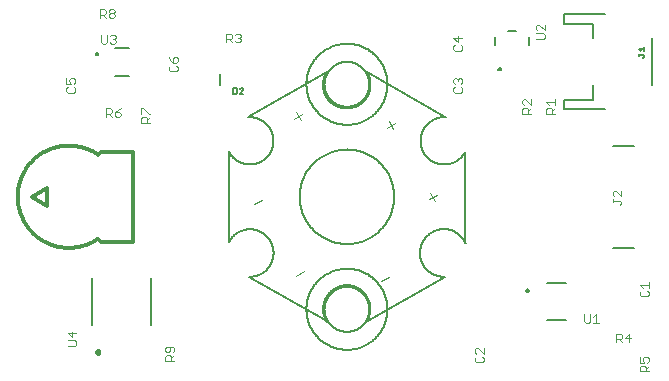
<source format=gto>
G75*
%MOIN*%
%OFA0B0*%
%FSLAX25Y25*%
%IPPOS*%
%LPD*%
%AMOC8*
5,1,8,0,0,1.08239X$1,22.5*
%
%ADD10C,0.00300*%
%ADD11C,0.00500*%
%ADD12C,0.00800*%
%ADD13C,0.00600*%
%ADD14C,0.00200*%
%ADD15C,0.01181*%
%ADD16C,0.00787*%
%ADD17C,0.01200*%
%ADD18C,0.00400*%
D10*
X0018267Y0016150D02*
X0020686Y0016150D01*
X0021170Y0016634D01*
X0021170Y0017601D01*
X0020686Y0018085D01*
X0018267Y0018085D01*
X0019719Y0019097D02*
X0019719Y0021031D01*
X0021170Y0020548D02*
X0018267Y0020548D01*
X0019719Y0019097D01*
X0050767Y0015548D02*
X0050767Y0014580D01*
X0051251Y0014097D01*
X0051735Y0014097D01*
X0052219Y0014580D01*
X0052219Y0016031D01*
X0053186Y0016031D02*
X0051251Y0016031D01*
X0050767Y0015548D01*
X0053186Y0016031D02*
X0053670Y0015548D01*
X0053670Y0014580D01*
X0053186Y0014097D01*
X0053670Y0013085D02*
X0052702Y0012117D01*
X0052702Y0012601D02*
X0052702Y0011150D01*
X0053670Y0011150D02*
X0050767Y0011150D01*
X0050767Y0012601D01*
X0051251Y0013085D01*
X0052219Y0013085D01*
X0052702Y0012601D01*
X0153967Y0012208D02*
X0153967Y0011241D01*
X0154451Y0010757D01*
X0156386Y0010757D01*
X0156870Y0011241D01*
X0156870Y0012208D01*
X0156386Y0012692D01*
X0156870Y0013703D02*
X0154935Y0015638D01*
X0154451Y0015638D01*
X0153967Y0015155D01*
X0153967Y0014187D01*
X0154451Y0013703D01*
X0154451Y0012692D02*
X0153967Y0012208D01*
X0156870Y0013703D02*
X0156870Y0015638D01*
X0190446Y0024508D02*
X0190930Y0024024D01*
X0191898Y0024024D01*
X0192381Y0024508D01*
X0192381Y0026926D01*
X0193393Y0025959D02*
X0194360Y0026926D01*
X0194360Y0024024D01*
X0193393Y0024024D02*
X0195328Y0024024D01*
X0190446Y0024508D02*
X0190446Y0026926D01*
X0201077Y0020352D02*
X0202528Y0020352D01*
X0203012Y0019869D01*
X0203012Y0018901D01*
X0202528Y0018417D01*
X0201077Y0018417D01*
X0201077Y0017450D02*
X0201077Y0020352D01*
X0204023Y0018901D02*
X0205958Y0018901D01*
X0205475Y0017450D02*
X0205475Y0020352D01*
X0204023Y0018901D01*
X0203012Y0017450D02*
X0202044Y0018417D01*
X0208967Y0012638D02*
X0208967Y0010703D01*
X0210419Y0010703D01*
X0209935Y0011671D01*
X0209935Y0012155D01*
X0210419Y0012638D01*
X0211386Y0012638D01*
X0211870Y0012155D01*
X0211870Y0011187D01*
X0211386Y0010703D01*
X0211870Y0009692D02*
X0210902Y0008724D01*
X0210902Y0009208D02*
X0210902Y0007757D01*
X0211870Y0007757D02*
X0208967Y0007757D01*
X0208967Y0009208D01*
X0209451Y0009692D01*
X0210419Y0009692D01*
X0210902Y0009208D01*
X0211386Y0032757D02*
X0209451Y0032757D01*
X0208967Y0033241D01*
X0208967Y0034208D01*
X0209451Y0034692D01*
X0209935Y0035703D02*
X0208967Y0036671D01*
X0211870Y0036671D01*
X0211870Y0037638D02*
X0211870Y0035703D01*
X0211386Y0034692D02*
X0211870Y0034208D01*
X0211870Y0033241D01*
X0211386Y0032757D01*
X0180670Y0093650D02*
X0177767Y0093650D01*
X0177767Y0095101D01*
X0178251Y0095585D01*
X0179219Y0095585D01*
X0179702Y0095101D01*
X0179702Y0093650D01*
X0179702Y0094617D02*
X0180670Y0095585D01*
X0180670Y0096597D02*
X0180670Y0098531D01*
X0180670Y0097564D02*
X0177767Y0097564D01*
X0178735Y0096597D01*
X0172670Y0096597D02*
X0170735Y0098531D01*
X0170251Y0098531D01*
X0169767Y0098048D01*
X0169767Y0097080D01*
X0170251Y0096597D01*
X0170251Y0095585D02*
X0171219Y0095585D01*
X0171702Y0095101D01*
X0171702Y0093650D01*
X0171702Y0094617D02*
X0172670Y0095585D01*
X0172670Y0096597D02*
X0172670Y0098531D01*
X0170251Y0095585D02*
X0169767Y0095101D01*
X0169767Y0093650D01*
X0172670Y0093650D01*
X0149670Y0101134D02*
X0149670Y0102101D01*
X0149186Y0102585D01*
X0149186Y0103597D02*
X0149670Y0104080D01*
X0149670Y0105048D01*
X0149186Y0105531D01*
X0148702Y0105531D01*
X0148219Y0105048D01*
X0148219Y0104564D01*
X0148219Y0105048D02*
X0147735Y0105531D01*
X0147251Y0105531D01*
X0146767Y0105048D01*
X0146767Y0104080D01*
X0147251Y0103597D01*
X0147251Y0102585D02*
X0146767Y0102101D01*
X0146767Y0101134D01*
X0147251Y0100650D01*
X0149186Y0100650D01*
X0149670Y0101134D01*
X0149186Y0114650D02*
X0149670Y0115134D01*
X0149670Y0116101D01*
X0149186Y0116585D01*
X0148219Y0117597D02*
X0148219Y0119531D01*
X0149670Y0119048D02*
X0146767Y0119048D01*
X0148219Y0117597D01*
X0147251Y0116585D02*
X0146767Y0116101D01*
X0146767Y0115134D01*
X0147251Y0114650D01*
X0149186Y0114650D01*
X0174341Y0118493D02*
X0176760Y0118493D01*
X0177244Y0118977D01*
X0177244Y0119944D01*
X0176760Y0120428D01*
X0174341Y0120428D01*
X0174825Y0121440D02*
X0174341Y0121923D01*
X0174341Y0122891D01*
X0174825Y0123375D01*
X0175309Y0123375D01*
X0177244Y0121440D01*
X0177244Y0123375D01*
X0075958Y0119869D02*
X0075958Y0119385D01*
X0075475Y0118901D01*
X0075958Y0118417D01*
X0075958Y0117934D01*
X0075475Y0117450D01*
X0074507Y0117450D01*
X0074023Y0117934D01*
X0073012Y0117450D02*
X0072044Y0118417D01*
X0072528Y0118417D02*
X0071077Y0118417D01*
X0071077Y0117450D02*
X0071077Y0120352D01*
X0072528Y0120352D01*
X0073012Y0119869D01*
X0073012Y0118901D01*
X0072528Y0118417D01*
X0074023Y0119869D02*
X0074507Y0120352D01*
X0075475Y0120352D01*
X0075958Y0119869D01*
X0075475Y0118901D02*
X0074991Y0118901D01*
X0054870Y0112155D02*
X0054386Y0112638D01*
X0053902Y0112638D01*
X0053419Y0112155D01*
X0053419Y0110703D01*
X0054386Y0110703D01*
X0054870Y0111187D01*
X0054870Y0112155D01*
X0053419Y0110703D02*
X0052451Y0111671D01*
X0051967Y0112638D01*
X0052451Y0109692D02*
X0051967Y0109208D01*
X0051967Y0108241D01*
X0052451Y0107757D01*
X0054386Y0107757D01*
X0054870Y0108241D01*
X0054870Y0109208D01*
X0054386Y0109692D01*
X0034265Y0117539D02*
X0033781Y0117056D01*
X0032814Y0117056D01*
X0032330Y0117539D01*
X0031318Y0117539D02*
X0031318Y0119958D01*
X0032330Y0119474D02*
X0032814Y0119958D01*
X0033781Y0119958D01*
X0034265Y0119474D01*
X0034265Y0118990D01*
X0033781Y0118507D01*
X0034265Y0118023D01*
X0034265Y0117539D01*
X0033781Y0118507D02*
X0033297Y0118507D01*
X0031318Y0117539D02*
X0030835Y0117056D01*
X0029867Y0117056D01*
X0029383Y0117539D01*
X0029383Y0119958D01*
X0028970Y0125650D02*
X0028970Y0128552D01*
X0030421Y0128552D01*
X0030905Y0128069D01*
X0030905Y0127101D01*
X0030421Y0126617D01*
X0028970Y0126617D01*
X0029937Y0126617D02*
X0030905Y0125650D01*
X0031916Y0126134D02*
X0031916Y0126617D01*
X0032400Y0127101D01*
X0033368Y0127101D01*
X0033851Y0126617D01*
X0033851Y0126134D01*
X0033368Y0125650D01*
X0032400Y0125650D01*
X0031916Y0126134D01*
X0032400Y0127101D02*
X0031916Y0127585D01*
X0031916Y0128069D01*
X0032400Y0128552D01*
X0033368Y0128552D01*
X0033851Y0128069D01*
X0033851Y0127585D01*
X0033368Y0127101D01*
X0020186Y0105531D02*
X0019219Y0105531D01*
X0018735Y0105048D01*
X0018735Y0104564D01*
X0019219Y0103597D01*
X0017767Y0103597D01*
X0017767Y0105531D01*
X0020186Y0105531D02*
X0020670Y0105048D01*
X0020670Y0104080D01*
X0020186Y0103597D01*
X0020186Y0102585D02*
X0020670Y0102101D01*
X0020670Y0101134D01*
X0020186Y0100650D01*
X0018251Y0100650D01*
X0017767Y0101134D01*
X0017767Y0102101D01*
X0018251Y0102585D01*
X0030970Y0095552D02*
X0032421Y0095552D01*
X0032905Y0095069D01*
X0032905Y0094101D01*
X0032421Y0093617D01*
X0030970Y0093617D01*
X0030970Y0092650D02*
X0030970Y0095552D01*
X0031937Y0093617D02*
X0032905Y0092650D01*
X0033916Y0093134D02*
X0033916Y0094101D01*
X0035368Y0094101D01*
X0035851Y0093617D01*
X0035851Y0093134D01*
X0035368Y0092650D01*
X0034400Y0092650D01*
X0033916Y0093134D01*
X0033916Y0094101D02*
X0034884Y0095069D01*
X0035851Y0095552D01*
X0042767Y0095531D02*
X0042767Y0093597D01*
X0043251Y0092585D02*
X0044219Y0092585D01*
X0044702Y0092101D01*
X0044702Y0090650D01*
X0044702Y0091617D02*
X0045670Y0092585D01*
X0045670Y0093597D02*
X0045186Y0093597D01*
X0043251Y0095531D01*
X0042767Y0095531D01*
X0043251Y0092585D02*
X0042767Y0092101D01*
X0042767Y0090650D01*
X0045670Y0090650D01*
D11*
X0038781Y0106394D02*
X0033859Y0106394D01*
X0033859Y0115606D02*
X0038781Y0115606D01*
X0073360Y0102252D02*
X0073360Y0100350D01*
X0074311Y0100350D01*
X0074628Y0100667D01*
X0074628Y0101935D01*
X0074311Y0102252D01*
X0073360Y0102252D01*
X0075570Y0101935D02*
X0075887Y0102252D01*
X0076521Y0102252D01*
X0076838Y0101935D01*
X0076838Y0101618D01*
X0075570Y0100350D01*
X0076838Y0100350D01*
X0078393Y0092432D02*
X0104558Y0107539D01*
X0104692Y0107725D02*
X0104588Y0107563D01*
X0104487Y0107398D01*
X0104391Y0107231D01*
X0104298Y0107061D01*
X0104210Y0106889D01*
X0104126Y0106716D01*
X0104046Y0106540D01*
X0103971Y0106362D01*
X0103900Y0106183D01*
X0103834Y0106002D01*
X0103771Y0105819D01*
X0103714Y0105635D01*
X0103661Y0105449D01*
X0103612Y0105262D01*
X0103568Y0105074D01*
X0103529Y0104885D01*
X0103494Y0104696D01*
X0103464Y0104505D01*
X0103439Y0104314D01*
X0103418Y0104122D01*
X0103402Y0103929D01*
X0103391Y0103737D01*
X0103384Y0103544D01*
X0103382Y0103351D01*
X0103385Y0103158D01*
X0103392Y0102965D01*
X0103405Y0102773D01*
X0103422Y0102580D01*
X0103443Y0102389D01*
X0103470Y0102197D01*
X0103501Y0102007D01*
X0103536Y0101817D01*
X0103577Y0101628D01*
X0103621Y0101441D01*
X0103671Y0101254D01*
X0103725Y0101069D01*
X0103783Y0100885D01*
X0103846Y0100703D01*
X0103914Y0100522D01*
X0103986Y0100343D01*
X0104062Y0100165D01*
X0104142Y0099990D01*
X0104227Y0099817D01*
X0104316Y0099645D01*
X0104409Y0099476D01*
X0104507Y0099310D01*
X0104608Y0099145D01*
X0104713Y0098984D01*
X0104822Y0098824D01*
X0104935Y0098668D01*
X0105052Y0098514D01*
X0105173Y0098364D01*
X0105297Y0098216D01*
X0105425Y0098071D01*
X0105556Y0097930D01*
X0105691Y0097792D01*
X0105829Y0097657D01*
X0105970Y0097525D01*
X0106115Y0097397D01*
X0106262Y0097273D01*
X0106413Y0097152D01*
X0106566Y0097035D01*
X0106723Y0096922D01*
X0106882Y0096813D01*
X0107043Y0096707D01*
X0107207Y0096606D01*
X0107374Y0096508D01*
X0107543Y0096415D01*
X0107714Y0096326D01*
X0107887Y0096241D01*
X0108063Y0096160D01*
X0108240Y0096084D01*
X0108419Y0096012D01*
X0108600Y0095944D01*
X0108782Y0095881D01*
X0108966Y0095822D01*
X0109151Y0095768D01*
X0109338Y0095718D01*
X0109525Y0095673D01*
X0109714Y0095633D01*
X0109904Y0095597D01*
X0110094Y0095566D01*
X0110285Y0095539D01*
X0110477Y0095517D01*
X0110669Y0095500D01*
X0110862Y0095488D01*
X0111055Y0095480D01*
X0111248Y0095477D01*
X0111441Y0095479D01*
X0111634Y0095485D01*
X0111826Y0095496D01*
X0112019Y0095512D01*
X0112210Y0095533D01*
X0112402Y0095558D01*
X0112592Y0095588D01*
X0112782Y0095622D01*
X0112971Y0095661D01*
X0113159Y0095705D01*
X0113346Y0095754D01*
X0113532Y0095806D01*
X0113716Y0095864D01*
X0113899Y0095926D01*
X0114080Y0095992D01*
X0114259Y0096063D01*
X0114437Y0096138D01*
X0114613Y0096218D01*
X0114787Y0096301D01*
X0114959Y0096389D01*
X0115128Y0096482D01*
X0115296Y0096578D01*
X0115460Y0096678D01*
X0115623Y0096782D01*
X0115783Y0096891D01*
X0115940Y0097003D01*
X0116094Y0097119D01*
X0116245Y0097239D01*
X0116394Y0097362D01*
X0116539Y0097489D01*
X0116681Y0097619D01*
X0116820Y0097753D01*
X0116956Y0097890D01*
X0117088Y0098031D01*
X0117217Y0098175D01*
X0117342Y0098322D01*
X0117464Y0098471D01*
X0117582Y0098624D01*
X0117696Y0098780D01*
X0117806Y0098938D01*
X0117913Y0099099D01*
X0118015Y0099263D01*
X0118114Y0099429D01*
X0118208Y0099597D01*
X0118298Y0099768D01*
X0118384Y0099941D01*
X0118466Y0100115D01*
X0118543Y0100292D01*
X0118616Y0100471D01*
X0118685Y0100651D01*
X0118749Y0100833D01*
X0118809Y0101017D01*
X0118864Y0101202D01*
X0118915Y0101388D01*
X0118961Y0101575D01*
X0119003Y0101764D01*
X0119040Y0101953D01*
X0119072Y0102143D01*
X0119100Y0102334D01*
X0119123Y0102526D01*
X0119141Y0102718D01*
X0119155Y0102911D01*
X0119163Y0103103D01*
X0119168Y0103296D01*
X0119167Y0103489D01*
X0119162Y0103682D01*
X0119152Y0103875D01*
X0119137Y0104067D01*
X0119118Y0104259D01*
X0119094Y0104451D01*
X0119065Y0104642D01*
X0119031Y0104832D01*
X0118993Y0105021D01*
X0118951Y0105209D01*
X0118903Y0105396D01*
X0118852Y0105582D01*
X0118795Y0105767D01*
X0118734Y0105950D01*
X0118669Y0106132D01*
X0118599Y0106311D01*
X0118525Y0106490D01*
X0118447Y0106666D01*
X0118364Y0106840D01*
X0118277Y0107013D01*
X0118186Y0107183D01*
X0118091Y0107351D01*
X0117991Y0107516D01*
X0117888Y0107679D01*
X0118010Y0107609D02*
X0144032Y0092515D01*
X0144190Y0092556D02*
X0143996Y0092565D01*
X0143803Y0092569D01*
X0143609Y0092568D01*
X0143416Y0092562D01*
X0143223Y0092552D01*
X0143030Y0092537D01*
X0142837Y0092517D01*
X0142645Y0092492D01*
X0142454Y0092463D01*
X0142264Y0092429D01*
X0142074Y0092390D01*
X0141885Y0092347D01*
X0141698Y0092299D01*
X0141512Y0092247D01*
X0141327Y0092190D01*
X0141143Y0092128D01*
X0140961Y0092062D01*
X0140781Y0091992D01*
X0140603Y0091917D01*
X0140426Y0091837D01*
X0140252Y0091754D01*
X0140079Y0091666D01*
X0139909Y0091574D01*
X0139741Y0091478D01*
X0139576Y0091378D01*
X0139413Y0091273D01*
X0139252Y0091165D01*
X0139094Y0091053D01*
X0138940Y0090937D01*
X0138788Y0090817D01*
X0138639Y0090694D01*
X0138493Y0090567D01*
X0138350Y0090436D01*
X0138210Y0090302D01*
X0138074Y0090165D01*
X0137941Y0090024D01*
X0137812Y0089880D01*
X0137686Y0089733D01*
X0137564Y0089583D01*
X0137446Y0089430D01*
X0137331Y0089274D01*
X0137221Y0089115D01*
X0137114Y0088953D01*
X0137011Y0088790D01*
X0136912Y0088623D01*
X0136818Y0088454D01*
X0136727Y0088283D01*
X0136641Y0088110D01*
X0136559Y0087935D01*
X0136482Y0087757D01*
X0136408Y0087578D01*
X0136340Y0087397D01*
X0136275Y0087215D01*
X0136215Y0087031D01*
X0136160Y0086846D01*
X0136109Y0086659D01*
X0136063Y0086471D01*
X0136022Y0086282D01*
X0135985Y0086092D01*
X0135953Y0085901D01*
X0135925Y0085710D01*
X0135902Y0085517D01*
X0135884Y0085325D01*
X0135871Y0085132D01*
X0135862Y0084938D01*
X0135858Y0084745D01*
X0135859Y0084551D01*
X0135865Y0084358D01*
X0135875Y0084165D01*
X0135890Y0083972D01*
X0135910Y0083779D01*
X0135935Y0083587D01*
X0135964Y0083396D01*
X0135998Y0083206D01*
X0136036Y0083016D01*
X0136080Y0082827D01*
X0136128Y0082640D01*
X0136180Y0082454D01*
X0136237Y0082269D01*
X0136299Y0082085D01*
X0136365Y0081903D01*
X0136435Y0081723D01*
X0136510Y0081545D01*
X0136589Y0081368D01*
X0136673Y0081194D01*
X0136760Y0081021D01*
X0136852Y0080851D01*
X0136948Y0080683D01*
X0137049Y0080517D01*
X0137153Y0080354D01*
X0137261Y0080194D01*
X0137373Y0080036D01*
X0137489Y0079881D01*
X0137609Y0079729D01*
X0137732Y0079580D01*
X0137860Y0079434D01*
X0137990Y0079292D01*
X0138124Y0079152D01*
X0138262Y0079016D01*
X0138402Y0078883D01*
X0138546Y0078754D01*
X0138693Y0078628D01*
X0138844Y0078506D01*
X0138997Y0078388D01*
X0139153Y0078273D01*
X0139311Y0078162D01*
X0139473Y0078056D01*
X0139637Y0077953D01*
X0139803Y0077854D01*
X0139972Y0077759D01*
X0140143Y0077669D01*
X0140316Y0077583D01*
X0140491Y0077501D01*
X0140669Y0077423D01*
X0140848Y0077350D01*
X0141029Y0077281D01*
X0141211Y0077217D01*
X0141395Y0077157D01*
X0141580Y0077101D01*
X0141767Y0077051D01*
X0141955Y0077004D01*
X0142144Y0076963D01*
X0142334Y0076926D01*
X0142525Y0076894D01*
X0142716Y0076866D01*
X0142908Y0076843D01*
X0143101Y0076825D01*
X0143294Y0076812D01*
X0143487Y0076803D01*
X0143681Y0076799D01*
X0143874Y0076800D01*
X0144068Y0076806D01*
X0144261Y0076816D01*
X0144454Y0076831D01*
X0144647Y0076851D01*
X0144838Y0076875D01*
X0145030Y0076905D01*
X0145220Y0076939D01*
X0145410Y0076977D01*
X0145598Y0077020D01*
X0145786Y0077068D01*
X0145972Y0077121D01*
X0146157Y0077178D01*
X0146341Y0077239D01*
X0146523Y0077305D01*
X0146703Y0077376D01*
X0146881Y0077450D01*
X0147058Y0077530D01*
X0147232Y0077613D01*
X0147405Y0077701D01*
X0147575Y0077793D01*
X0147743Y0077889D01*
X0147909Y0077989D01*
X0148072Y0078093D01*
X0148232Y0078202D01*
X0148390Y0078314D01*
X0148545Y0078430D01*
X0148697Y0078549D01*
X0148846Y0078673D01*
X0148992Y0078800D01*
X0149135Y0078930D01*
X0149274Y0079064D01*
X0149410Y0079202D01*
X0149543Y0079343D01*
X0149672Y0079486D01*
X0149798Y0079634D01*
X0149920Y0079784D01*
X0150039Y0079937D01*
X0150153Y0080093D01*
X0150264Y0080251D01*
X0150371Y0080413D01*
X0150474Y0080577D01*
X0150572Y0080743D01*
X0150667Y0080912D01*
X0150705Y0080815D02*
X0150690Y0050975D01*
X0150896Y0050458D02*
X0150817Y0050635D01*
X0150734Y0050810D01*
X0150646Y0050983D01*
X0150554Y0051154D01*
X0150458Y0051323D01*
X0150357Y0051489D01*
X0150253Y0051652D01*
X0150145Y0051813D01*
X0150032Y0051972D01*
X0149916Y0052127D01*
X0149797Y0052280D01*
X0149673Y0052430D01*
X0149546Y0052576D01*
X0149415Y0052720D01*
X0149281Y0052860D01*
X0149144Y0052997D01*
X0149003Y0053130D01*
X0148859Y0053260D01*
X0148712Y0053386D01*
X0148561Y0053509D01*
X0148408Y0053628D01*
X0148252Y0053744D01*
X0148093Y0053855D01*
X0147932Y0053963D01*
X0147768Y0054066D01*
X0147601Y0054166D01*
X0147432Y0054261D01*
X0147261Y0054352D01*
X0147087Y0054439D01*
X0146912Y0054522D01*
X0146734Y0054600D01*
X0146555Y0054675D01*
X0146374Y0054744D01*
X0146191Y0054809D01*
X0146007Y0054870D01*
X0145821Y0054926D01*
X0145634Y0054978D01*
X0145446Y0055025D01*
X0145257Y0055068D01*
X0145066Y0055105D01*
X0144875Y0055138D01*
X0144683Y0055167D01*
X0144491Y0055191D01*
X0144298Y0055210D01*
X0144104Y0055224D01*
X0143910Y0055234D01*
X0143716Y0055238D01*
X0143522Y0055238D01*
X0143328Y0055234D01*
X0143134Y0055224D01*
X0142941Y0055210D01*
X0142748Y0055191D01*
X0142555Y0055168D01*
X0142363Y0055139D01*
X0142172Y0055107D01*
X0141982Y0055069D01*
X0141792Y0055027D01*
X0141604Y0054980D01*
X0141417Y0054928D01*
X0141231Y0054872D01*
X0141047Y0054812D01*
X0140864Y0054746D01*
X0140683Y0054677D01*
X0140504Y0054603D01*
X0140326Y0054525D01*
X0140151Y0054442D01*
X0139977Y0054355D01*
X0139806Y0054264D01*
X0139637Y0054169D01*
X0139470Y0054070D01*
X0139306Y0053966D01*
X0139144Y0053859D01*
X0138985Y0053747D01*
X0138829Y0053632D01*
X0138676Y0053513D01*
X0138526Y0053391D01*
X0138378Y0053264D01*
X0138234Y0053135D01*
X0138093Y0053001D01*
X0137955Y0052864D01*
X0137821Y0052724D01*
X0137690Y0052581D01*
X0137563Y0052435D01*
X0137440Y0052285D01*
X0137320Y0052132D01*
X0137203Y0051977D01*
X0137091Y0051819D01*
X0136983Y0051658D01*
X0136878Y0051494D01*
X0136778Y0051328D01*
X0136681Y0051160D01*
X0136589Y0050989D01*
X0136501Y0050816D01*
X0136418Y0050641D01*
X0136338Y0050464D01*
X0136263Y0050285D01*
X0136192Y0050105D01*
X0136126Y0049922D01*
X0136064Y0049738D01*
X0136007Y0049553D01*
X0135954Y0049366D01*
X0135906Y0049178D01*
X0135863Y0048989D01*
X0135824Y0048799D01*
X0135790Y0048608D01*
X0135760Y0048416D01*
X0135735Y0048224D01*
X0135715Y0048031D01*
X0135700Y0047837D01*
X0135689Y0047644D01*
X0135683Y0047450D01*
X0135682Y0047256D01*
X0135686Y0047062D01*
X0135694Y0046868D01*
X0135707Y0046674D01*
X0135725Y0046481D01*
X0135747Y0046288D01*
X0135775Y0046096D01*
X0135807Y0045905D01*
X0135843Y0045714D01*
X0135884Y0045525D01*
X0135930Y0045336D01*
X0135981Y0045149D01*
X0136036Y0044963D01*
X0136095Y0044778D01*
X0136159Y0044595D01*
X0136228Y0044413D01*
X0136301Y0044234D01*
X0136378Y0044056D01*
X0136460Y0043880D01*
X0136545Y0043706D01*
X0136636Y0043534D01*
X0136730Y0043364D01*
X0136828Y0043197D01*
X0136931Y0043032D01*
X0137037Y0042870D01*
X0137148Y0042710D01*
X0137262Y0042554D01*
X0137380Y0042400D01*
X0137502Y0042249D01*
X0137627Y0042101D01*
X0137756Y0041956D01*
X0137889Y0041814D01*
X0138025Y0041676D01*
X0138164Y0041541D01*
X0138307Y0041409D01*
X0138453Y0041281D01*
X0138601Y0041157D01*
X0138753Y0041036D01*
X0138908Y0040919D01*
X0139066Y0040806D01*
X0139226Y0040696D01*
X0139389Y0040591D01*
X0139554Y0040489D01*
X0139722Y0040392D01*
X0139892Y0040299D01*
X0140065Y0040210D01*
X0140239Y0040125D01*
X0140416Y0040045D01*
X0140594Y0039969D01*
X0140775Y0039897D01*
X0140957Y0039830D01*
X0141140Y0039767D01*
X0141325Y0039709D01*
X0141512Y0039655D01*
X0141700Y0039606D01*
X0141888Y0039561D01*
X0142078Y0039521D01*
X0142269Y0039486D01*
X0142461Y0039456D01*
X0142653Y0039430D01*
X0142846Y0039408D01*
X0143039Y0039392D01*
X0143233Y0039380D01*
X0143427Y0039373D01*
X0143621Y0039371D01*
X0143815Y0039373D01*
X0144009Y0039381D01*
X0143972Y0039405D02*
X0117709Y0024242D01*
X0117717Y0024197D02*
X0117824Y0024356D01*
X0117928Y0024517D01*
X0118027Y0024682D01*
X0118123Y0024848D01*
X0118214Y0025017D01*
X0118301Y0025188D01*
X0118384Y0025361D01*
X0118463Y0025536D01*
X0118538Y0025713D01*
X0118608Y0025892D01*
X0118674Y0026072D01*
X0118735Y0026254D01*
X0118792Y0026438D01*
X0118844Y0026622D01*
X0118892Y0026808D01*
X0118935Y0026995D01*
X0118974Y0027183D01*
X0119008Y0027372D01*
X0119037Y0027562D01*
X0119062Y0027752D01*
X0119082Y0027943D01*
X0119098Y0028135D01*
X0119108Y0028326D01*
X0119115Y0028518D01*
X0119116Y0028710D01*
X0119113Y0028902D01*
X0119105Y0029094D01*
X0119092Y0029286D01*
X0119075Y0029477D01*
X0119053Y0029668D01*
X0119026Y0029858D01*
X0118994Y0030047D01*
X0118959Y0030236D01*
X0118918Y0030423D01*
X0118873Y0030610D01*
X0118823Y0030796D01*
X0118769Y0030980D01*
X0118710Y0031163D01*
X0118647Y0031344D01*
X0118580Y0031524D01*
X0118508Y0031702D01*
X0118431Y0031878D01*
X0118351Y0032052D01*
X0118266Y0032224D01*
X0118177Y0032394D01*
X0118084Y0032562D01*
X0117987Y0032728D01*
X0117886Y0032891D01*
X0117781Y0033052D01*
X0117671Y0033210D01*
X0117559Y0033365D01*
X0117442Y0033518D01*
X0117322Y0033667D01*
X0117198Y0033814D01*
X0117070Y0033957D01*
X0116939Y0034098D01*
X0116805Y0034235D01*
X0116667Y0034369D01*
X0116526Y0034499D01*
X0116382Y0034626D01*
X0116235Y0034750D01*
X0116085Y0034869D01*
X0115932Y0034985D01*
X0115776Y0035098D01*
X0115618Y0035206D01*
X0115457Y0035310D01*
X0115293Y0035411D01*
X0115127Y0035507D01*
X0114959Y0035600D01*
X0114788Y0035688D01*
X0114616Y0035772D01*
X0114441Y0035852D01*
X0114265Y0035928D01*
X0114086Y0035999D01*
X0113906Y0036066D01*
X0113725Y0036128D01*
X0113542Y0036186D01*
X0113357Y0036240D01*
X0113172Y0036289D01*
X0112985Y0036333D01*
X0112797Y0036373D01*
X0112608Y0036408D01*
X0112419Y0036438D01*
X0112229Y0036464D01*
X0112038Y0036486D01*
X0111846Y0036502D01*
X0111655Y0036514D01*
X0111463Y0036521D01*
X0111271Y0036524D01*
X0111079Y0036522D01*
X0110887Y0036515D01*
X0110695Y0036503D01*
X0110504Y0036487D01*
X0110313Y0036466D01*
X0110123Y0036441D01*
X0109933Y0036411D01*
X0109745Y0036376D01*
X0109557Y0036336D01*
X0109370Y0036292D01*
X0109184Y0036244D01*
X0109000Y0036191D01*
X0108816Y0036133D01*
X0108635Y0036071D01*
X0108455Y0036005D01*
X0108276Y0035934D01*
X0108099Y0035859D01*
X0107925Y0035779D01*
X0107752Y0035695D01*
X0107581Y0035607D01*
X0107413Y0035515D01*
X0107247Y0035419D01*
X0107083Y0035319D01*
X0106922Y0035215D01*
X0106763Y0035107D01*
X0106607Y0034995D01*
X0106454Y0034879D01*
X0106303Y0034760D01*
X0106156Y0034637D01*
X0106012Y0034510D01*
X0105870Y0034380D01*
X0105733Y0034246D01*
X0105598Y0034109D01*
X0105467Y0033969D01*
X0105339Y0033826D01*
X0105215Y0033680D01*
X0105094Y0033530D01*
X0104977Y0033378D01*
X0104864Y0033223D01*
X0104754Y0033065D01*
X0104649Y0032905D01*
X0104547Y0032742D01*
X0104450Y0032576D01*
X0104356Y0032409D01*
X0104267Y0032239D01*
X0104182Y0032067D01*
X0104101Y0031892D01*
X0104025Y0031716D01*
X0103952Y0031538D01*
X0103884Y0031359D01*
X0103821Y0031178D01*
X0103762Y0030995D01*
X0103707Y0030811D01*
X0103657Y0030626D01*
X0103612Y0030439D01*
X0103571Y0030251D01*
X0103534Y0030063D01*
X0103503Y0029874D01*
X0103476Y0029684D01*
X0103453Y0029493D01*
X0103435Y0029302D01*
X0103422Y0029110D01*
X0103414Y0028918D01*
X0103410Y0028726D01*
X0103411Y0028534D01*
X0103417Y0028342D01*
X0103427Y0028151D01*
X0103442Y0027959D01*
X0103462Y0027768D01*
X0103486Y0027578D01*
X0103515Y0027388D01*
X0103549Y0027199D01*
X0103587Y0027011D01*
X0103630Y0026824D01*
X0103678Y0026638D01*
X0103730Y0026453D01*
X0103786Y0026269D01*
X0103847Y0026087D01*
X0103913Y0025907D01*
X0103982Y0025728D01*
X0104056Y0025551D01*
X0104135Y0025376D01*
X0104218Y0025202D01*
X0104304Y0025031D01*
X0104396Y0024862D01*
X0104491Y0024695D01*
X0104590Y0024531D01*
X0104693Y0024369D01*
X0104664Y0024411D02*
X0078547Y0039378D01*
X0078544Y0039376D02*
X0078737Y0039368D01*
X0078931Y0039365D01*
X0079125Y0039367D01*
X0079319Y0039373D01*
X0079513Y0039385D01*
X0079706Y0039401D01*
X0079899Y0039421D01*
X0080091Y0039447D01*
X0080283Y0039477D01*
X0080474Y0039512D01*
X0080664Y0039551D01*
X0080853Y0039596D01*
X0081040Y0039644D01*
X0081227Y0039698D01*
X0081412Y0039756D01*
X0081596Y0039818D01*
X0081778Y0039885D01*
X0081958Y0039956D01*
X0082137Y0040032D01*
X0082313Y0040112D01*
X0082488Y0040197D01*
X0082660Y0040286D01*
X0082831Y0040379D01*
X0082999Y0040476D01*
X0083164Y0040577D01*
X0083327Y0040682D01*
X0083487Y0040791D01*
X0083645Y0040904D01*
X0083800Y0041021D01*
X0083952Y0041142D01*
X0084101Y0041266D01*
X0084246Y0041394D01*
X0084389Y0041525D01*
X0084528Y0041660D01*
X0084664Y0041799D01*
X0084797Y0041940D01*
X0084926Y0042085D01*
X0085051Y0042233D01*
X0085173Y0042384D01*
X0085291Y0042538D01*
X0085405Y0042695D01*
X0085516Y0042854D01*
X0085622Y0043016D01*
X0085725Y0043181D01*
X0085823Y0043348D01*
X0085917Y0043518D01*
X0086007Y0043690D01*
X0086093Y0043864D01*
X0086174Y0044040D01*
X0086252Y0044218D01*
X0086324Y0044398D01*
X0086393Y0044579D01*
X0086457Y0044762D01*
X0086516Y0044947D01*
X0086571Y0045133D01*
X0086621Y0045320D01*
X0086667Y0045509D01*
X0086708Y0045699D01*
X0086744Y0045889D01*
X0086775Y0046081D01*
X0086802Y0046273D01*
X0086825Y0046465D01*
X0086842Y0046658D01*
X0086855Y0046852D01*
X0086863Y0047046D01*
X0086866Y0047240D01*
X0086864Y0047434D01*
X0086858Y0047628D01*
X0086847Y0047821D01*
X0086831Y0048015D01*
X0086811Y0048208D01*
X0086785Y0048400D01*
X0086755Y0048592D01*
X0086721Y0048782D01*
X0086682Y0048972D01*
X0086638Y0049161D01*
X0086589Y0049349D01*
X0086536Y0049536D01*
X0086478Y0049721D01*
X0086416Y0049904D01*
X0086349Y0050087D01*
X0086278Y0050267D01*
X0086202Y0050446D01*
X0086122Y0050622D01*
X0086038Y0050797D01*
X0085949Y0050970D01*
X0085857Y0051140D01*
X0085760Y0051308D01*
X0085659Y0051474D01*
X0085554Y0051637D01*
X0085445Y0051797D01*
X0085332Y0051955D01*
X0085215Y0052110D01*
X0085095Y0052262D01*
X0084971Y0052411D01*
X0084843Y0052557D01*
X0084711Y0052700D01*
X0084577Y0052839D01*
X0084438Y0052975D01*
X0084297Y0053108D01*
X0084152Y0053237D01*
X0084004Y0053363D01*
X0083854Y0053485D01*
X0083700Y0053603D01*
X0083543Y0053718D01*
X0083384Y0053828D01*
X0083222Y0053935D01*
X0083057Y0054037D01*
X0082890Y0054136D01*
X0082721Y0054230D01*
X0082549Y0054320D01*
X0082375Y0054406D01*
X0082199Y0054488D01*
X0082021Y0054565D01*
X0081841Y0054638D01*
X0081660Y0054707D01*
X0081477Y0054771D01*
X0081292Y0054830D01*
X0081106Y0054885D01*
X0080919Y0054936D01*
X0080730Y0054982D01*
X0080541Y0055023D01*
X0080350Y0055059D01*
X0080159Y0055091D01*
X0079967Y0055118D01*
X0079774Y0055141D01*
X0079581Y0055158D01*
X0079387Y0055171D01*
X0079194Y0055179D01*
X0079000Y0055183D01*
X0078806Y0055182D01*
X0078612Y0055175D01*
X0078418Y0055165D01*
X0078225Y0055149D01*
X0078032Y0055129D01*
X0077840Y0055104D01*
X0077648Y0055074D01*
X0077457Y0055039D01*
X0077267Y0055000D01*
X0077078Y0054957D01*
X0076890Y0054908D01*
X0076704Y0054855D01*
X0076518Y0054798D01*
X0076335Y0054736D01*
X0076152Y0054669D01*
X0075972Y0054598D01*
X0075793Y0054523D01*
X0075616Y0054443D01*
X0075442Y0054359D01*
X0075269Y0054270D01*
X0075098Y0054178D01*
X0074930Y0054081D01*
X0074764Y0053980D01*
X0074601Y0053875D01*
X0074441Y0053767D01*
X0074283Y0053654D01*
X0074128Y0053537D01*
X0073976Y0053417D01*
X0073826Y0053293D01*
X0073680Y0053165D01*
X0073537Y0053034D01*
X0073398Y0052900D01*
X0073262Y0052762D01*
X0073129Y0052620D01*
X0072999Y0052476D01*
X0072874Y0052328D01*
X0072751Y0052177D01*
X0072633Y0052024D01*
X0072518Y0051867D01*
X0072408Y0051708D01*
X0072301Y0051546D01*
X0072198Y0051381D01*
X0072099Y0051214D01*
X0072005Y0051045D01*
X0071915Y0050873D01*
X0071974Y0051039D02*
X0071988Y0080992D01*
X0071917Y0081192D02*
X0072004Y0081020D01*
X0072095Y0080851D01*
X0072190Y0080683D01*
X0072290Y0080518D01*
X0072393Y0080356D01*
X0072501Y0080196D01*
X0072612Y0080039D01*
X0072727Y0079884D01*
X0072846Y0079733D01*
X0072969Y0079584D01*
X0073095Y0079439D01*
X0073224Y0079296D01*
X0073358Y0079157D01*
X0073494Y0079021D01*
X0073634Y0078889D01*
X0073777Y0078760D01*
X0073923Y0078634D01*
X0074072Y0078513D01*
X0074224Y0078394D01*
X0074379Y0078280D01*
X0074537Y0078169D01*
X0074697Y0078063D01*
X0074860Y0077960D01*
X0075026Y0077861D01*
X0075194Y0077767D01*
X0075364Y0077676D01*
X0075536Y0077590D01*
X0075710Y0077508D01*
X0075886Y0077431D01*
X0076065Y0077357D01*
X0076244Y0077288D01*
X0076426Y0077224D01*
X0076609Y0077164D01*
X0076793Y0077108D01*
X0076979Y0077057D01*
X0077166Y0077011D01*
X0077354Y0076969D01*
X0077543Y0076932D01*
X0077733Y0076899D01*
X0077923Y0076871D01*
X0078115Y0076848D01*
X0078306Y0076830D01*
X0078498Y0076816D01*
X0078691Y0076807D01*
X0078883Y0076802D01*
X0079076Y0076803D01*
X0079269Y0076808D01*
X0079461Y0076818D01*
X0079653Y0076832D01*
X0079845Y0076851D01*
X0080036Y0076875D01*
X0080226Y0076904D01*
X0080416Y0076937D01*
X0080605Y0076975D01*
X0080793Y0077018D01*
X0080979Y0077065D01*
X0081165Y0077116D01*
X0081349Y0077173D01*
X0081532Y0077233D01*
X0081713Y0077299D01*
X0081893Y0077368D01*
X0082071Y0077442D01*
X0082247Y0077521D01*
X0082421Y0077603D01*
X0082593Y0077690D01*
X0082762Y0077781D01*
X0082930Y0077876D01*
X0083095Y0077976D01*
X0083257Y0078079D01*
X0083417Y0078186D01*
X0083575Y0078297D01*
X0083729Y0078412D01*
X0083881Y0078531D01*
X0084030Y0078653D01*
X0084175Y0078779D01*
X0084318Y0078909D01*
X0084457Y0079042D01*
X0084593Y0079178D01*
X0084726Y0079318D01*
X0084855Y0079461D01*
X0084980Y0079607D01*
X0085102Y0079756D01*
X0085221Y0079908D01*
X0085335Y0080063D01*
X0085446Y0080220D01*
X0085553Y0080381D01*
X0085656Y0080544D01*
X0085755Y0080709D01*
X0085849Y0080877D01*
X0085940Y0081047D01*
X0086026Y0081219D01*
X0086108Y0081393D01*
X0086186Y0081569D01*
X0086260Y0081747D01*
X0086329Y0081927D01*
X0086394Y0082108D01*
X0086454Y0082291D01*
X0086510Y0082476D01*
X0086561Y0082661D01*
X0086607Y0082848D01*
X0086649Y0083036D01*
X0086687Y0083225D01*
X0086719Y0083415D01*
X0086748Y0083605D01*
X0086771Y0083797D01*
X0086790Y0083988D01*
X0086804Y0084180D01*
X0086813Y0084373D01*
X0086817Y0084565D01*
X0086817Y0084758D01*
X0086812Y0084951D01*
X0086803Y0085143D01*
X0086789Y0085335D01*
X0086769Y0085527D01*
X0086746Y0085718D01*
X0086717Y0085908D01*
X0086684Y0086098D01*
X0086647Y0086287D01*
X0086604Y0086475D01*
X0086557Y0086662D01*
X0086506Y0086847D01*
X0086450Y0087032D01*
X0086389Y0087214D01*
X0086324Y0087396D01*
X0086255Y0087575D01*
X0086181Y0087753D01*
X0086103Y0087929D01*
X0086020Y0088103D01*
X0085934Y0088275D01*
X0085843Y0088445D01*
X0085748Y0088613D01*
X0085649Y0088778D01*
X0085546Y0088941D01*
X0085438Y0089101D01*
X0085327Y0089258D01*
X0085213Y0089413D01*
X0085094Y0089565D01*
X0084972Y0089713D01*
X0084846Y0089859D01*
X0084717Y0090002D01*
X0084584Y0090141D01*
X0084447Y0090277D01*
X0084308Y0090410D01*
X0084165Y0090540D01*
X0084019Y0090665D01*
X0083870Y0090787D01*
X0083718Y0090906D01*
X0083564Y0091021D01*
X0083406Y0091131D01*
X0083246Y0091238D01*
X0083083Y0091341D01*
X0082918Y0091440D01*
X0082751Y0091535D01*
X0082581Y0091626D01*
X0082409Y0091713D01*
X0082234Y0091795D01*
X0082058Y0091873D01*
X0081880Y0091947D01*
X0081701Y0092016D01*
X0081519Y0092081D01*
X0081336Y0092141D01*
X0081152Y0092197D01*
X0080966Y0092249D01*
X0080780Y0092295D01*
X0080592Y0092338D01*
X0080403Y0092375D01*
X0080213Y0092408D01*
X0080023Y0092436D01*
X0079831Y0092460D01*
X0079640Y0092479D01*
X0079448Y0092493D01*
X0079255Y0092503D01*
X0079063Y0092507D01*
X0078870Y0092507D01*
X0078677Y0092503D01*
X0078485Y0092493D01*
X0078293Y0092479D01*
X0095572Y0066000D02*
X0095577Y0066386D01*
X0095591Y0066773D01*
X0095615Y0067158D01*
X0095648Y0067544D01*
X0095690Y0067928D01*
X0095742Y0068311D01*
X0095804Y0068692D01*
X0095875Y0069072D01*
X0095955Y0069450D01*
X0096044Y0069826D01*
X0096142Y0070200D01*
X0096250Y0070571D01*
X0096367Y0070940D01*
X0096493Y0071305D01*
X0096627Y0071668D01*
X0096771Y0072026D01*
X0096923Y0072382D01*
X0097084Y0072733D01*
X0097254Y0073080D01*
X0097432Y0073424D01*
X0097618Y0073762D01*
X0097812Y0074096D01*
X0098015Y0074425D01*
X0098226Y0074749D01*
X0098445Y0075068D01*
X0098671Y0075381D01*
X0098905Y0075689D01*
X0099147Y0075990D01*
X0099395Y0076286D01*
X0099652Y0076576D01*
X0099915Y0076859D01*
X0100184Y0077136D01*
X0100461Y0077405D01*
X0100744Y0077668D01*
X0101034Y0077925D01*
X0101330Y0078173D01*
X0101631Y0078415D01*
X0101939Y0078649D01*
X0102252Y0078875D01*
X0102571Y0079094D01*
X0102895Y0079305D01*
X0103224Y0079508D01*
X0103558Y0079702D01*
X0103896Y0079888D01*
X0104240Y0080066D01*
X0104587Y0080236D01*
X0104938Y0080397D01*
X0105294Y0080549D01*
X0105652Y0080693D01*
X0106015Y0080827D01*
X0106380Y0080953D01*
X0106749Y0081070D01*
X0107120Y0081178D01*
X0107494Y0081276D01*
X0107870Y0081365D01*
X0108248Y0081445D01*
X0108628Y0081516D01*
X0109009Y0081578D01*
X0109392Y0081630D01*
X0109776Y0081672D01*
X0110162Y0081705D01*
X0110547Y0081729D01*
X0110934Y0081743D01*
X0111320Y0081748D01*
X0111706Y0081743D01*
X0112093Y0081729D01*
X0112478Y0081705D01*
X0112864Y0081672D01*
X0113248Y0081630D01*
X0113631Y0081578D01*
X0114012Y0081516D01*
X0114392Y0081445D01*
X0114770Y0081365D01*
X0115146Y0081276D01*
X0115520Y0081178D01*
X0115891Y0081070D01*
X0116260Y0080953D01*
X0116625Y0080827D01*
X0116988Y0080693D01*
X0117346Y0080549D01*
X0117702Y0080397D01*
X0118053Y0080236D01*
X0118400Y0080066D01*
X0118744Y0079888D01*
X0119082Y0079702D01*
X0119416Y0079508D01*
X0119745Y0079305D01*
X0120069Y0079094D01*
X0120388Y0078875D01*
X0120701Y0078649D01*
X0121009Y0078415D01*
X0121310Y0078173D01*
X0121606Y0077925D01*
X0121896Y0077668D01*
X0122179Y0077405D01*
X0122456Y0077136D01*
X0122725Y0076859D01*
X0122988Y0076576D01*
X0123245Y0076286D01*
X0123493Y0075990D01*
X0123735Y0075689D01*
X0123969Y0075381D01*
X0124195Y0075068D01*
X0124414Y0074749D01*
X0124625Y0074425D01*
X0124828Y0074096D01*
X0125022Y0073762D01*
X0125208Y0073424D01*
X0125386Y0073080D01*
X0125556Y0072733D01*
X0125717Y0072382D01*
X0125869Y0072026D01*
X0126013Y0071668D01*
X0126147Y0071305D01*
X0126273Y0070940D01*
X0126390Y0070571D01*
X0126498Y0070200D01*
X0126596Y0069826D01*
X0126685Y0069450D01*
X0126765Y0069072D01*
X0126836Y0068692D01*
X0126898Y0068311D01*
X0126950Y0067928D01*
X0126992Y0067544D01*
X0127025Y0067158D01*
X0127049Y0066773D01*
X0127063Y0066386D01*
X0127068Y0066000D01*
X0127063Y0065614D01*
X0127049Y0065227D01*
X0127025Y0064842D01*
X0126992Y0064456D01*
X0126950Y0064072D01*
X0126898Y0063689D01*
X0126836Y0063308D01*
X0126765Y0062928D01*
X0126685Y0062550D01*
X0126596Y0062174D01*
X0126498Y0061800D01*
X0126390Y0061429D01*
X0126273Y0061060D01*
X0126147Y0060695D01*
X0126013Y0060332D01*
X0125869Y0059974D01*
X0125717Y0059618D01*
X0125556Y0059267D01*
X0125386Y0058920D01*
X0125208Y0058576D01*
X0125022Y0058238D01*
X0124828Y0057904D01*
X0124625Y0057575D01*
X0124414Y0057251D01*
X0124195Y0056932D01*
X0123969Y0056619D01*
X0123735Y0056311D01*
X0123493Y0056010D01*
X0123245Y0055714D01*
X0122988Y0055424D01*
X0122725Y0055141D01*
X0122456Y0054864D01*
X0122179Y0054595D01*
X0121896Y0054332D01*
X0121606Y0054075D01*
X0121310Y0053827D01*
X0121009Y0053585D01*
X0120701Y0053351D01*
X0120388Y0053125D01*
X0120069Y0052906D01*
X0119745Y0052695D01*
X0119416Y0052492D01*
X0119082Y0052298D01*
X0118744Y0052112D01*
X0118400Y0051934D01*
X0118053Y0051764D01*
X0117702Y0051603D01*
X0117346Y0051451D01*
X0116988Y0051307D01*
X0116625Y0051173D01*
X0116260Y0051047D01*
X0115891Y0050930D01*
X0115520Y0050822D01*
X0115146Y0050724D01*
X0114770Y0050635D01*
X0114392Y0050555D01*
X0114012Y0050484D01*
X0113631Y0050422D01*
X0113248Y0050370D01*
X0112864Y0050328D01*
X0112478Y0050295D01*
X0112093Y0050271D01*
X0111706Y0050257D01*
X0111320Y0050252D01*
X0110934Y0050257D01*
X0110547Y0050271D01*
X0110162Y0050295D01*
X0109776Y0050328D01*
X0109392Y0050370D01*
X0109009Y0050422D01*
X0108628Y0050484D01*
X0108248Y0050555D01*
X0107870Y0050635D01*
X0107494Y0050724D01*
X0107120Y0050822D01*
X0106749Y0050930D01*
X0106380Y0051047D01*
X0106015Y0051173D01*
X0105652Y0051307D01*
X0105294Y0051451D01*
X0104938Y0051603D01*
X0104587Y0051764D01*
X0104240Y0051934D01*
X0103896Y0052112D01*
X0103558Y0052298D01*
X0103224Y0052492D01*
X0102895Y0052695D01*
X0102571Y0052906D01*
X0102252Y0053125D01*
X0101939Y0053351D01*
X0101631Y0053585D01*
X0101330Y0053827D01*
X0101034Y0054075D01*
X0100744Y0054332D01*
X0100461Y0054595D01*
X0100184Y0054864D01*
X0099915Y0055141D01*
X0099652Y0055424D01*
X0099395Y0055714D01*
X0099147Y0056010D01*
X0098905Y0056311D01*
X0098671Y0056619D01*
X0098445Y0056932D01*
X0098226Y0057251D01*
X0098015Y0057575D01*
X0097812Y0057904D01*
X0097618Y0058238D01*
X0097432Y0058576D01*
X0097254Y0058920D01*
X0097084Y0059267D01*
X0096923Y0059618D01*
X0096771Y0059974D01*
X0096627Y0060332D01*
X0096493Y0060695D01*
X0096367Y0061060D01*
X0096250Y0061429D01*
X0096142Y0061800D01*
X0096044Y0062174D01*
X0095955Y0062550D01*
X0095875Y0062928D01*
X0095804Y0063308D01*
X0095742Y0063689D01*
X0095690Y0064072D01*
X0095648Y0064456D01*
X0095615Y0064842D01*
X0095591Y0065227D01*
X0095577Y0065614D01*
X0095572Y0066000D01*
X0046162Y0038874D02*
X0046162Y0023126D01*
X0026477Y0023126D02*
X0026477Y0038874D01*
X0160611Y0116701D02*
X0160611Y0119299D01*
X0165001Y0121150D02*
X0167639Y0121150D01*
X0172029Y0119299D02*
X0172029Y0116701D01*
X0208568Y0115174D02*
X0209202Y0114540D01*
X0208568Y0115174D02*
X0210470Y0115174D01*
X0210470Y0114540D02*
X0210470Y0115808D01*
X0208568Y0113598D02*
X0208568Y0112964D01*
X0208568Y0113281D02*
X0210153Y0113281D01*
X0210470Y0112964D01*
X0210470Y0112647D01*
X0210153Y0112330D01*
X0184470Y0037142D02*
X0178170Y0037142D01*
X0178170Y0024858D02*
X0184470Y0024858D01*
D12*
X0103840Y0028500D02*
X0103842Y0028684D01*
X0103849Y0028867D01*
X0103860Y0029050D01*
X0103876Y0029233D01*
X0103896Y0029416D01*
X0103921Y0029598D01*
X0103950Y0029779D01*
X0103984Y0029959D01*
X0104022Y0030139D01*
X0104064Y0030317D01*
X0104111Y0030495D01*
X0104162Y0030671D01*
X0104218Y0030846D01*
X0104277Y0031020D01*
X0104341Y0031192D01*
X0104409Y0031362D01*
X0104482Y0031531D01*
X0104558Y0031698D01*
X0104639Y0031863D01*
X0104723Y0032026D01*
X0104812Y0032187D01*
X0104904Y0032345D01*
X0105000Y0032502D01*
X0105101Y0032656D01*
X0105204Y0032807D01*
X0105312Y0032956D01*
X0105423Y0033102D01*
X0105538Y0033245D01*
X0105656Y0033386D01*
X0105778Y0033523D01*
X0105903Y0033658D01*
X0106031Y0033789D01*
X0106162Y0033917D01*
X0106297Y0034042D01*
X0106434Y0034164D01*
X0106575Y0034282D01*
X0106718Y0034397D01*
X0106864Y0034508D01*
X0107013Y0034616D01*
X0107164Y0034719D01*
X0107318Y0034820D01*
X0107475Y0034916D01*
X0107633Y0035008D01*
X0107794Y0035097D01*
X0107957Y0035181D01*
X0108122Y0035262D01*
X0108289Y0035338D01*
X0108458Y0035411D01*
X0108628Y0035479D01*
X0108800Y0035543D01*
X0108974Y0035602D01*
X0109149Y0035658D01*
X0109325Y0035709D01*
X0109503Y0035756D01*
X0109681Y0035798D01*
X0109861Y0035836D01*
X0110041Y0035870D01*
X0110222Y0035899D01*
X0110404Y0035924D01*
X0110587Y0035944D01*
X0110770Y0035960D01*
X0110953Y0035971D01*
X0111136Y0035978D01*
X0111320Y0035980D01*
X0111504Y0035978D01*
X0111687Y0035971D01*
X0111870Y0035960D01*
X0112053Y0035944D01*
X0112236Y0035924D01*
X0112418Y0035899D01*
X0112599Y0035870D01*
X0112779Y0035836D01*
X0112959Y0035798D01*
X0113137Y0035756D01*
X0113315Y0035709D01*
X0113491Y0035658D01*
X0113666Y0035602D01*
X0113840Y0035543D01*
X0114012Y0035479D01*
X0114182Y0035411D01*
X0114351Y0035338D01*
X0114518Y0035262D01*
X0114683Y0035181D01*
X0114846Y0035097D01*
X0115007Y0035008D01*
X0115165Y0034916D01*
X0115322Y0034820D01*
X0115476Y0034719D01*
X0115627Y0034616D01*
X0115776Y0034508D01*
X0115922Y0034397D01*
X0116065Y0034282D01*
X0116206Y0034164D01*
X0116343Y0034042D01*
X0116478Y0033917D01*
X0116609Y0033789D01*
X0116737Y0033658D01*
X0116862Y0033523D01*
X0116984Y0033386D01*
X0117102Y0033245D01*
X0117217Y0033102D01*
X0117328Y0032956D01*
X0117436Y0032807D01*
X0117539Y0032656D01*
X0117640Y0032502D01*
X0117736Y0032345D01*
X0117828Y0032187D01*
X0117917Y0032026D01*
X0118001Y0031863D01*
X0118082Y0031698D01*
X0118158Y0031531D01*
X0118231Y0031362D01*
X0118299Y0031192D01*
X0118363Y0031020D01*
X0118422Y0030846D01*
X0118478Y0030671D01*
X0118529Y0030495D01*
X0118576Y0030317D01*
X0118618Y0030139D01*
X0118656Y0029959D01*
X0118690Y0029779D01*
X0118719Y0029598D01*
X0118744Y0029416D01*
X0118764Y0029233D01*
X0118780Y0029050D01*
X0118791Y0028867D01*
X0118798Y0028684D01*
X0118800Y0028500D01*
X0118798Y0028316D01*
X0118791Y0028133D01*
X0118780Y0027950D01*
X0118764Y0027767D01*
X0118744Y0027584D01*
X0118719Y0027402D01*
X0118690Y0027221D01*
X0118656Y0027041D01*
X0118618Y0026861D01*
X0118576Y0026683D01*
X0118529Y0026505D01*
X0118478Y0026329D01*
X0118422Y0026154D01*
X0118363Y0025980D01*
X0118299Y0025808D01*
X0118231Y0025638D01*
X0118158Y0025469D01*
X0118082Y0025302D01*
X0118001Y0025137D01*
X0117917Y0024974D01*
X0117828Y0024813D01*
X0117736Y0024655D01*
X0117640Y0024498D01*
X0117539Y0024344D01*
X0117436Y0024193D01*
X0117328Y0024044D01*
X0117217Y0023898D01*
X0117102Y0023755D01*
X0116984Y0023614D01*
X0116862Y0023477D01*
X0116737Y0023342D01*
X0116609Y0023211D01*
X0116478Y0023083D01*
X0116343Y0022958D01*
X0116206Y0022836D01*
X0116065Y0022718D01*
X0115922Y0022603D01*
X0115776Y0022492D01*
X0115627Y0022384D01*
X0115476Y0022281D01*
X0115322Y0022180D01*
X0115165Y0022084D01*
X0115007Y0021992D01*
X0114846Y0021903D01*
X0114683Y0021819D01*
X0114518Y0021738D01*
X0114351Y0021662D01*
X0114182Y0021589D01*
X0114012Y0021521D01*
X0113840Y0021457D01*
X0113666Y0021398D01*
X0113491Y0021342D01*
X0113315Y0021291D01*
X0113137Y0021244D01*
X0112959Y0021202D01*
X0112779Y0021164D01*
X0112599Y0021130D01*
X0112418Y0021101D01*
X0112236Y0021076D01*
X0112053Y0021056D01*
X0111870Y0021040D01*
X0111687Y0021029D01*
X0111504Y0021022D01*
X0111320Y0021020D01*
X0111136Y0021022D01*
X0110953Y0021029D01*
X0110770Y0021040D01*
X0110587Y0021056D01*
X0110404Y0021076D01*
X0110222Y0021101D01*
X0110041Y0021130D01*
X0109861Y0021164D01*
X0109681Y0021202D01*
X0109503Y0021244D01*
X0109325Y0021291D01*
X0109149Y0021342D01*
X0108974Y0021398D01*
X0108800Y0021457D01*
X0108628Y0021521D01*
X0108458Y0021589D01*
X0108289Y0021662D01*
X0108122Y0021738D01*
X0107957Y0021819D01*
X0107794Y0021903D01*
X0107633Y0021992D01*
X0107475Y0022084D01*
X0107318Y0022180D01*
X0107164Y0022281D01*
X0107013Y0022384D01*
X0106864Y0022492D01*
X0106718Y0022603D01*
X0106575Y0022718D01*
X0106434Y0022836D01*
X0106297Y0022958D01*
X0106162Y0023083D01*
X0106031Y0023211D01*
X0105903Y0023342D01*
X0105778Y0023477D01*
X0105656Y0023614D01*
X0105538Y0023755D01*
X0105423Y0023898D01*
X0105312Y0024044D01*
X0105204Y0024193D01*
X0105101Y0024344D01*
X0105000Y0024498D01*
X0104904Y0024655D01*
X0104812Y0024813D01*
X0104723Y0024974D01*
X0104639Y0025137D01*
X0104558Y0025302D01*
X0104482Y0025469D01*
X0104409Y0025638D01*
X0104341Y0025808D01*
X0104277Y0025980D01*
X0104218Y0026154D01*
X0104162Y0026329D01*
X0104111Y0026505D01*
X0104064Y0026683D01*
X0104022Y0026861D01*
X0103984Y0027041D01*
X0103950Y0027221D01*
X0103921Y0027402D01*
X0103896Y0027584D01*
X0103876Y0027767D01*
X0103860Y0027950D01*
X0103849Y0028133D01*
X0103842Y0028316D01*
X0103840Y0028500D01*
X0183603Y0095252D02*
X0197383Y0095252D01*
X0193446Y0098402D02*
X0183603Y0098402D01*
X0183603Y0095252D01*
X0193446Y0098402D02*
X0193446Y0103126D01*
X0213131Y0103126D02*
X0213131Y0118874D01*
X0197383Y0126748D02*
X0183603Y0126748D01*
X0183603Y0123598D01*
X0193446Y0123598D01*
X0193446Y0118874D01*
X0103840Y0103500D02*
X0103842Y0103684D01*
X0103849Y0103867D01*
X0103860Y0104050D01*
X0103876Y0104233D01*
X0103896Y0104416D01*
X0103921Y0104598D01*
X0103950Y0104779D01*
X0103984Y0104959D01*
X0104022Y0105139D01*
X0104064Y0105317D01*
X0104111Y0105495D01*
X0104162Y0105671D01*
X0104218Y0105846D01*
X0104277Y0106020D01*
X0104341Y0106192D01*
X0104409Y0106362D01*
X0104482Y0106531D01*
X0104558Y0106698D01*
X0104639Y0106863D01*
X0104723Y0107026D01*
X0104812Y0107187D01*
X0104904Y0107345D01*
X0105000Y0107502D01*
X0105101Y0107656D01*
X0105204Y0107807D01*
X0105312Y0107956D01*
X0105423Y0108102D01*
X0105538Y0108245D01*
X0105656Y0108386D01*
X0105778Y0108523D01*
X0105903Y0108658D01*
X0106031Y0108789D01*
X0106162Y0108917D01*
X0106297Y0109042D01*
X0106434Y0109164D01*
X0106575Y0109282D01*
X0106718Y0109397D01*
X0106864Y0109508D01*
X0107013Y0109616D01*
X0107164Y0109719D01*
X0107318Y0109820D01*
X0107475Y0109916D01*
X0107633Y0110008D01*
X0107794Y0110097D01*
X0107957Y0110181D01*
X0108122Y0110262D01*
X0108289Y0110338D01*
X0108458Y0110411D01*
X0108628Y0110479D01*
X0108800Y0110543D01*
X0108974Y0110602D01*
X0109149Y0110658D01*
X0109325Y0110709D01*
X0109503Y0110756D01*
X0109681Y0110798D01*
X0109861Y0110836D01*
X0110041Y0110870D01*
X0110222Y0110899D01*
X0110404Y0110924D01*
X0110587Y0110944D01*
X0110770Y0110960D01*
X0110953Y0110971D01*
X0111136Y0110978D01*
X0111320Y0110980D01*
X0111504Y0110978D01*
X0111687Y0110971D01*
X0111870Y0110960D01*
X0112053Y0110944D01*
X0112236Y0110924D01*
X0112418Y0110899D01*
X0112599Y0110870D01*
X0112779Y0110836D01*
X0112959Y0110798D01*
X0113137Y0110756D01*
X0113315Y0110709D01*
X0113491Y0110658D01*
X0113666Y0110602D01*
X0113840Y0110543D01*
X0114012Y0110479D01*
X0114182Y0110411D01*
X0114351Y0110338D01*
X0114518Y0110262D01*
X0114683Y0110181D01*
X0114846Y0110097D01*
X0115007Y0110008D01*
X0115165Y0109916D01*
X0115322Y0109820D01*
X0115476Y0109719D01*
X0115627Y0109616D01*
X0115776Y0109508D01*
X0115922Y0109397D01*
X0116065Y0109282D01*
X0116206Y0109164D01*
X0116343Y0109042D01*
X0116478Y0108917D01*
X0116609Y0108789D01*
X0116737Y0108658D01*
X0116862Y0108523D01*
X0116984Y0108386D01*
X0117102Y0108245D01*
X0117217Y0108102D01*
X0117328Y0107956D01*
X0117436Y0107807D01*
X0117539Y0107656D01*
X0117640Y0107502D01*
X0117736Y0107345D01*
X0117828Y0107187D01*
X0117917Y0107026D01*
X0118001Y0106863D01*
X0118082Y0106698D01*
X0118158Y0106531D01*
X0118231Y0106362D01*
X0118299Y0106192D01*
X0118363Y0106020D01*
X0118422Y0105846D01*
X0118478Y0105671D01*
X0118529Y0105495D01*
X0118576Y0105317D01*
X0118618Y0105139D01*
X0118656Y0104959D01*
X0118690Y0104779D01*
X0118719Y0104598D01*
X0118744Y0104416D01*
X0118764Y0104233D01*
X0118780Y0104050D01*
X0118791Y0103867D01*
X0118798Y0103684D01*
X0118800Y0103500D01*
X0118798Y0103316D01*
X0118791Y0103133D01*
X0118780Y0102950D01*
X0118764Y0102767D01*
X0118744Y0102584D01*
X0118719Y0102402D01*
X0118690Y0102221D01*
X0118656Y0102041D01*
X0118618Y0101861D01*
X0118576Y0101683D01*
X0118529Y0101505D01*
X0118478Y0101329D01*
X0118422Y0101154D01*
X0118363Y0100980D01*
X0118299Y0100808D01*
X0118231Y0100638D01*
X0118158Y0100469D01*
X0118082Y0100302D01*
X0118001Y0100137D01*
X0117917Y0099974D01*
X0117828Y0099813D01*
X0117736Y0099655D01*
X0117640Y0099498D01*
X0117539Y0099344D01*
X0117436Y0099193D01*
X0117328Y0099044D01*
X0117217Y0098898D01*
X0117102Y0098755D01*
X0116984Y0098614D01*
X0116862Y0098477D01*
X0116737Y0098342D01*
X0116609Y0098211D01*
X0116478Y0098083D01*
X0116343Y0097958D01*
X0116206Y0097836D01*
X0116065Y0097718D01*
X0115922Y0097603D01*
X0115776Y0097492D01*
X0115627Y0097384D01*
X0115476Y0097281D01*
X0115322Y0097180D01*
X0115165Y0097084D01*
X0115007Y0096992D01*
X0114846Y0096903D01*
X0114683Y0096819D01*
X0114518Y0096738D01*
X0114351Y0096662D01*
X0114182Y0096589D01*
X0114012Y0096521D01*
X0113840Y0096457D01*
X0113666Y0096398D01*
X0113491Y0096342D01*
X0113315Y0096291D01*
X0113137Y0096244D01*
X0112959Y0096202D01*
X0112779Y0096164D01*
X0112599Y0096130D01*
X0112418Y0096101D01*
X0112236Y0096076D01*
X0112053Y0096056D01*
X0111870Y0096040D01*
X0111687Y0096029D01*
X0111504Y0096022D01*
X0111320Y0096020D01*
X0111136Y0096022D01*
X0110953Y0096029D01*
X0110770Y0096040D01*
X0110587Y0096056D01*
X0110404Y0096076D01*
X0110222Y0096101D01*
X0110041Y0096130D01*
X0109861Y0096164D01*
X0109681Y0096202D01*
X0109503Y0096244D01*
X0109325Y0096291D01*
X0109149Y0096342D01*
X0108974Y0096398D01*
X0108800Y0096457D01*
X0108628Y0096521D01*
X0108458Y0096589D01*
X0108289Y0096662D01*
X0108122Y0096738D01*
X0107957Y0096819D01*
X0107794Y0096903D01*
X0107633Y0096992D01*
X0107475Y0097084D01*
X0107318Y0097180D01*
X0107164Y0097281D01*
X0107013Y0097384D01*
X0106864Y0097492D01*
X0106718Y0097603D01*
X0106575Y0097718D01*
X0106434Y0097836D01*
X0106297Y0097958D01*
X0106162Y0098083D01*
X0106031Y0098211D01*
X0105903Y0098342D01*
X0105778Y0098477D01*
X0105656Y0098614D01*
X0105538Y0098755D01*
X0105423Y0098898D01*
X0105312Y0099044D01*
X0105204Y0099193D01*
X0105101Y0099344D01*
X0105000Y0099498D01*
X0104904Y0099655D01*
X0104812Y0099813D01*
X0104723Y0099974D01*
X0104639Y0100137D01*
X0104558Y0100302D01*
X0104482Y0100469D01*
X0104409Y0100638D01*
X0104341Y0100808D01*
X0104277Y0100980D01*
X0104218Y0101154D01*
X0104162Y0101329D01*
X0104111Y0101505D01*
X0104064Y0101683D01*
X0104022Y0101861D01*
X0103984Y0102041D01*
X0103950Y0102221D01*
X0103921Y0102402D01*
X0103896Y0102584D01*
X0103876Y0102767D01*
X0103860Y0102950D01*
X0103849Y0103133D01*
X0103842Y0103316D01*
X0103840Y0103500D01*
X0069070Y0103125D02*
X0069070Y0106875D01*
D13*
X0097820Y0103500D02*
X0097824Y0103831D01*
X0097836Y0104162D01*
X0097857Y0104493D01*
X0097885Y0104823D01*
X0097922Y0105153D01*
X0097966Y0105481D01*
X0098019Y0105808D01*
X0098079Y0106134D01*
X0098148Y0106458D01*
X0098225Y0106780D01*
X0098309Y0107101D01*
X0098401Y0107419D01*
X0098501Y0107735D01*
X0098609Y0108048D01*
X0098725Y0108359D01*
X0098848Y0108666D01*
X0098978Y0108971D01*
X0099116Y0109272D01*
X0099261Y0109570D01*
X0099414Y0109864D01*
X0099574Y0110154D01*
X0099741Y0110440D01*
X0099914Y0110722D01*
X0100095Y0111000D01*
X0100283Y0111273D01*
X0100477Y0111542D01*
X0100677Y0111806D01*
X0100884Y0112064D01*
X0101098Y0112318D01*
X0101317Y0112566D01*
X0101543Y0112809D01*
X0101774Y0113046D01*
X0102011Y0113277D01*
X0102254Y0113503D01*
X0102502Y0113722D01*
X0102756Y0113936D01*
X0103014Y0114143D01*
X0103278Y0114343D01*
X0103547Y0114537D01*
X0103820Y0114725D01*
X0104098Y0114906D01*
X0104380Y0115079D01*
X0104666Y0115246D01*
X0104956Y0115406D01*
X0105250Y0115559D01*
X0105548Y0115704D01*
X0105849Y0115842D01*
X0106154Y0115972D01*
X0106461Y0116095D01*
X0106772Y0116211D01*
X0107085Y0116319D01*
X0107401Y0116419D01*
X0107719Y0116511D01*
X0108040Y0116595D01*
X0108362Y0116672D01*
X0108686Y0116741D01*
X0109012Y0116801D01*
X0109339Y0116854D01*
X0109667Y0116898D01*
X0109997Y0116935D01*
X0110327Y0116963D01*
X0110658Y0116984D01*
X0110989Y0116996D01*
X0111320Y0117000D01*
X0111651Y0116996D01*
X0111982Y0116984D01*
X0112313Y0116963D01*
X0112643Y0116935D01*
X0112973Y0116898D01*
X0113301Y0116854D01*
X0113628Y0116801D01*
X0113954Y0116741D01*
X0114278Y0116672D01*
X0114600Y0116595D01*
X0114921Y0116511D01*
X0115239Y0116419D01*
X0115555Y0116319D01*
X0115868Y0116211D01*
X0116179Y0116095D01*
X0116486Y0115972D01*
X0116791Y0115842D01*
X0117092Y0115704D01*
X0117390Y0115559D01*
X0117684Y0115406D01*
X0117974Y0115246D01*
X0118260Y0115079D01*
X0118542Y0114906D01*
X0118820Y0114725D01*
X0119093Y0114537D01*
X0119362Y0114343D01*
X0119626Y0114143D01*
X0119884Y0113936D01*
X0120138Y0113722D01*
X0120386Y0113503D01*
X0120629Y0113277D01*
X0120866Y0113046D01*
X0121097Y0112809D01*
X0121323Y0112566D01*
X0121542Y0112318D01*
X0121756Y0112064D01*
X0121963Y0111806D01*
X0122163Y0111542D01*
X0122357Y0111273D01*
X0122545Y0111000D01*
X0122726Y0110722D01*
X0122899Y0110440D01*
X0123066Y0110154D01*
X0123226Y0109864D01*
X0123379Y0109570D01*
X0123524Y0109272D01*
X0123662Y0108971D01*
X0123792Y0108666D01*
X0123915Y0108359D01*
X0124031Y0108048D01*
X0124139Y0107735D01*
X0124239Y0107419D01*
X0124331Y0107101D01*
X0124415Y0106780D01*
X0124492Y0106458D01*
X0124561Y0106134D01*
X0124621Y0105808D01*
X0124674Y0105481D01*
X0124718Y0105153D01*
X0124755Y0104823D01*
X0124783Y0104493D01*
X0124804Y0104162D01*
X0124816Y0103831D01*
X0124820Y0103500D01*
X0124816Y0103169D01*
X0124804Y0102838D01*
X0124783Y0102507D01*
X0124755Y0102177D01*
X0124718Y0101847D01*
X0124674Y0101519D01*
X0124621Y0101192D01*
X0124561Y0100866D01*
X0124492Y0100542D01*
X0124415Y0100220D01*
X0124331Y0099899D01*
X0124239Y0099581D01*
X0124139Y0099265D01*
X0124031Y0098952D01*
X0123915Y0098641D01*
X0123792Y0098334D01*
X0123662Y0098029D01*
X0123524Y0097728D01*
X0123379Y0097430D01*
X0123226Y0097136D01*
X0123066Y0096846D01*
X0122899Y0096560D01*
X0122726Y0096278D01*
X0122545Y0096000D01*
X0122357Y0095727D01*
X0122163Y0095458D01*
X0121963Y0095194D01*
X0121756Y0094936D01*
X0121542Y0094682D01*
X0121323Y0094434D01*
X0121097Y0094191D01*
X0120866Y0093954D01*
X0120629Y0093723D01*
X0120386Y0093497D01*
X0120138Y0093278D01*
X0119884Y0093064D01*
X0119626Y0092857D01*
X0119362Y0092657D01*
X0119093Y0092463D01*
X0118820Y0092275D01*
X0118542Y0092094D01*
X0118260Y0091921D01*
X0117974Y0091754D01*
X0117684Y0091594D01*
X0117390Y0091441D01*
X0117092Y0091296D01*
X0116791Y0091158D01*
X0116486Y0091028D01*
X0116179Y0090905D01*
X0115868Y0090789D01*
X0115555Y0090681D01*
X0115239Y0090581D01*
X0114921Y0090489D01*
X0114600Y0090405D01*
X0114278Y0090328D01*
X0113954Y0090259D01*
X0113628Y0090199D01*
X0113301Y0090146D01*
X0112973Y0090102D01*
X0112643Y0090065D01*
X0112313Y0090037D01*
X0111982Y0090016D01*
X0111651Y0090004D01*
X0111320Y0090000D01*
X0110989Y0090004D01*
X0110658Y0090016D01*
X0110327Y0090037D01*
X0109997Y0090065D01*
X0109667Y0090102D01*
X0109339Y0090146D01*
X0109012Y0090199D01*
X0108686Y0090259D01*
X0108362Y0090328D01*
X0108040Y0090405D01*
X0107719Y0090489D01*
X0107401Y0090581D01*
X0107085Y0090681D01*
X0106772Y0090789D01*
X0106461Y0090905D01*
X0106154Y0091028D01*
X0105849Y0091158D01*
X0105548Y0091296D01*
X0105250Y0091441D01*
X0104956Y0091594D01*
X0104666Y0091754D01*
X0104380Y0091921D01*
X0104098Y0092094D01*
X0103820Y0092275D01*
X0103547Y0092463D01*
X0103278Y0092657D01*
X0103014Y0092857D01*
X0102756Y0093064D01*
X0102502Y0093278D01*
X0102254Y0093497D01*
X0102011Y0093723D01*
X0101774Y0093954D01*
X0101543Y0094191D01*
X0101317Y0094434D01*
X0101098Y0094682D01*
X0100884Y0094936D01*
X0100677Y0095194D01*
X0100477Y0095458D01*
X0100283Y0095727D01*
X0100095Y0096000D01*
X0099914Y0096278D01*
X0099741Y0096560D01*
X0099574Y0096846D01*
X0099414Y0097136D01*
X0099261Y0097430D01*
X0099116Y0097728D01*
X0098978Y0098029D01*
X0098848Y0098334D01*
X0098725Y0098641D01*
X0098609Y0098952D01*
X0098501Y0099265D01*
X0098401Y0099581D01*
X0098309Y0099899D01*
X0098225Y0100220D01*
X0098148Y0100542D01*
X0098079Y0100866D01*
X0098019Y0101192D01*
X0097966Y0101519D01*
X0097922Y0101847D01*
X0097885Y0102177D01*
X0097857Y0102507D01*
X0097836Y0102838D01*
X0097824Y0103169D01*
X0097820Y0103500D01*
X0199981Y0083008D02*
X0207068Y0083008D01*
X0207068Y0048992D02*
X0199981Y0048992D01*
X0097820Y0028500D02*
X0097824Y0028831D01*
X0097836Y0029162D01*
X0097857Y0029493D01*
X0097885Y0029823D01*
X0097922Y0030153D01*
X0097966Y0030481D01*
X0098019Y0030808D01*
X0098079Y0031134D01*
X0098148Y0031458D01*
X0098225Y0031780D01*
X0098309Y0032101D01*
X0098401Y0032419D01*
X0098501Y0032735D01*
X0098609Y0033048D01*
X0098725Y0033359D01*
X0098848Y0033666D01*
X0098978Y0033971D01*
X0099116Y0034272D01*
X0099261Y0034570D01*
X0099414Y0034864D01*
X0099574Y0035154D01*
X0099741Y0035440D01*
X0099914Y0035722D01*
X0100095Y0036000D01*
X0100283Y0036273D01*
X0100477Y0036542D01*
X0100677Y0036806D01*
X0100884Y0037064D01*
X0101098Y0037318D01*
X0101317Y0037566D01*
X0101543Y0037809D01*
X0101774Y0038046D01*
X0102011Y0038277D01*
X0102254Y0038503D01*
X0102502Y0038722D01*
X0102756Y0038936D01*
X0103014Y0039143D01*
X0103278Y0039343D01*
X0103547Y0039537D01*
X0103820Y0039725D01*
X0104098Y0039906D01*
X0104380Y0040079D01*
X0104666Y0040246D01*
X0104956Y0040406D01*
X0105250Y0040559D01*
X0105548Y0040704D01*
X0105849Y0040842D01*
X0106154Y0040972D01*
X0106461Y0041095D01*
X0106772Y0041211D01*
X0107085Y0041319D01*
X0107401Y0041419D01*
X0107719Y0041511D01*
X0108040Y0041595D01*
X0108362Y0041672D01*
X0108686Y0041741D01*
X0109012Y0041801D01*
X0109339Y0041854D01*
X0109667Y0041898D01*
X0109997Y0041935D01*
X0110327Y0041963D01*
X0110658Y0041984D01*
X0110989Y0041996D01*
X0111320Y0042000D01*
X0111651Y0041996D01*
X0111982Y0041984D01*
X0112313Y0041963D01*
X0112643Y0041935D01*
X0112973Y0041898D01*
X0113301Y0041854D01*
X0113628Y0041801D01*
X0113954Y0041741D01*
X0114278Y0041672D01*
X0114600Y0041595D01*
X0114921Y0041511D01*
X0115239Y0041419D01*
X0115555Y0041319D01*
X0115868Y0041211D01*
X0116179Y0041095D01*
X0116486Y0040972D01*
X0116791Y0040842D01*
X0117092Y0040704D01*
X0117390Y0040559D01*
X0117684Y0040406D01*
X0117974Y0040246D01*
X0118260Y0040079D01*
X0118542Y0039906D01*
X0118820Y0039725D01*
X0119093Y0039537D01*
X0119362Y0039343D01*
X0119626Y0039143D01*
X0119884Y0038936D01*
X0120138Y0038722D01*
X0120386Y0038503D01*
X0120629Y0038277D01*
X0120866Y0038046D01*
X0121097Y0037809D01*
X0121323Y0037566D01*
X0121542Y0037318D01*
X0121756Y0037064D01*
X0121963Y0036806D01*
X0122163Y0036542D01*
X0122357Y0036273D01*
X0122545Y0036000D01*
X0122726Y0035722D01*
X0122899Y0035440D01*
X0123066Y0035154D01*
X0123226Y0034864D01*
X0123379Y0034570D01*
X0123524Y0034272D01*
X0123662Y0033971D01*
X0123792Y0033666D01*
X0123915Y0033359D01*
X0124031Y0033048D01*
X0124139Y0032735D01*
X0124239Y0032419D01*
X0124331Y0032101D01*
X0124415Y0031780D01*
X0124492Y0031458D01*
X0124561Y0031134D01*
X0124621Y0030808D01*
X0124674Y0030481D01*
X0124718Y0030153D01*
X0124755Y0029823D01*
X0124783Y0029493D01*
X0124804Y0029162D01*
X0124816Y0028831D01*
X0124820Y0028500D01*
X0124816Y0028169D01*
X0124804Y0027838D01*
X0124783Y0027507D01*
X0124755Y0027177D01*
X0124718Y0026847D01*
X0124674Y0026519D01*
X0124621Y0026192D01*
X0124561Y0025866D01*
X0124492Y0025542D01*
X0124415Y0025220D01*
X0124331Y0024899D01*
X0124239Y0024581D01*
X0124139Y0024265D01*
X0124031Y0023952D01*
X0123915Y0023641D01*
X0123792Y0023334D01*
X0123662Y0023029D01*
X0123524Y0022728D01*
X0123379Y0022430D01*
X0123226Y0022136D01*
X0123066Y0021846D01*
X0122899Y0021560D01*
X0122726Y0021278D01*
X0122545Y0021000D01*
X0122357Y0020727D01*
X0122163Y0020458D01*
X0121963Y0020194D01*
X0121756Y0019936D01*
X0121542Y0019682D01*
X0121323Y0019434D01*
X0121097Y0019191D01*
X0120866Y0018954D01*
X0120629Y0018723D01*
X0120386Y0018497D01*
X0120138Y0018278D01*
X0119884Y0018064D01*
X0119626Y0017857D01*
X0119362Y0017657D01*
X0119093Y0017463D01*
X0118820Y0017275D01*
X0118542Y0017094D01*
X0118260Y0016921D01*
X0117974Y0016754D01*
X0117684Y0016594D01*
X0117390Y0016441D01*
X0117092Y0016296D01*
X0116791Y0016158D01*
X0116486Y0016028D01*
X0116179Y0015905D01*
X0115868Y0015789D01*
X0115555Y0015681D01*
X0115239Y0015581D01*
X0114921Y0015489D01*
X0114600Y0015405D01*
X0114278Y0015328D01*
X0113954Y0015259D01*
X0113628Y0015199D01*
X0113301Y0015146D01*
X0112973Y0015102D01*
X0112643Y0015065D01*
X0112313Y0015037D01*
X0111982Y0015016D01*
X0111651Y0015004D01*
X0111320Y0015000D01*
X0110989Y0015004D01*
X0110658Y0015016D01*
X0110327Y0015037D01*
X0109997Y0015065D01*
X0109667Y0015102D01*
X0109339Y0015146D01*
X0109012Y0015199D01*
X0108686Y0015259D01*
X0108362Y0015328D01*
X0108040Y0015405D01*
X0107719Y0015489D01*
X0107401Y0015581D01*
X0107085Y0015681D01*
X0106772Y0015789D01*
X0106461Y0015905D01*
X0106154Y0016028D01*
X0105849Y0016158D01*
X0105548Y0016296D01*
X0105250Y0016441D01*
X0104956Y0016594D01*
X0104666Y0016754D01*
X0104380Y0016921D01*
X0104098Y0017094D01*
X0103820Y0017275D01*
X0103547Y0017463D01*
X0103278Y0017657D01*
X0103014Y0017857D01*
X0102756Y0018064D01*
X0102502Y0018278D01*
X0102254Y0018497D01*
X0102011Y0018723D01*
X0101774Y0018954D01*
X0101543Y0019191D01*
X0101317Y0019434D01*
X0101098Y0019682D01*
X0100884Y0019936D01*
X0100677Y0020194D01*
X0100477Y0020458D01*
X0100283Y0020727D01*
X0100095Y0021000D01*
X0099914Y0021278D01*
X0099741Y0021560D01*
X0099574Y0021846D01*
X0099414Y0022136D01*
X0099261Y0022430D01*
X0099116Y0022728D01*
X0098978Y0023029D01*
X0098848Y0023334D01*
X0098725Y0023641D01*
X0098609Y0023952D01*
X0098501Y0024265D01*
X0098401Y0024581D01*
X0098309Y0024899D01*
X0098225Y0025220D01*
X0098148Y0025542D01*
X0098079Y0025866D01*
X0098019Y0026192D01*
X0097966Y0026519D01*
X0097922Y0026847D01*
X0097885Y0027177D01*
X0097857Y0027507D01*
X0097836Y0027838D01*
X0097824Y0028169D01*
X0097820Y0028500D01*
D14*
X0199918Y0064272D02*
X0199918Y0065206D01*
X0199918Y0064739D02*
X0202253Y0064739D01*
X0202720Y0064272D01*
X0202720Y0063805D01*
X0202253Y0063338D01*
X0202720Y0066100D02*
X0200852Y0067968D01*
X0200385Y0067968D01*
X0199918Y0067501D01*
X0199918Y0066567D01*
X0200385Y0066100D01*
X0202720Y0066100D02*
X0202720Y0067968D01*
D15*
X0028052Y0014071D02*
X0028054Y0014110D01*
X0028060Y0014149D01*
X0028070Y0014187D01*
X0028083Y0014224D01*
X0028100Y0014259D01*
X0028120Y0014293D01*
X0028144Y0014324D01*
X0028171Y0014353D01*
X0028200Y0014379D01*
X0028232Y0014402D01*
X0028266Y0014422D01*
X0028302Y0014438D01*
X0028339Y0014450D01*
X0028378Y0014459D01*
X0028417Y0014464D01*
X0028456Y0014465D01*
X0028495Y0014462D01*
X0028534Y0014455D01*
X0028571Y0014444D01*
X0028608Y0014430D01*
X0028643Y0014412D01*
X0028676Y0014391D01*
X0028707Y0014366D01*
X0028735Y0014339D01*
X0028760Y0014309D01*
X0028782Y0014276D01*
X0028801Y0014242D01*
X0028816Y0014206D01*
X0028828Y0014168D01*
X0028836Y0014130D01*
X0028840Y0014091D01*
X0028840Y0014051D01*
X0028836Y0014012D01*
X0028828Y0013974D01*
X0028816Y0013936D01*
X0028801Y0013900D01*
X0028782Y0013866D01*
X0028760Y0013833D01*
X0028735Y0013803D01*
X0028707Y0013776D01*
X0028676Y0013751D01*
X0028643Y0013730D01*
X0028608Y0013712D01*
X0028571Y0013698D01*
X0028534Y0013687D01*
X0028495Y0013680D01*
X0028456Y0013677D01*
X0028417Y0013678D01*
X0028378Y0013683D01*
X0028339Y0013692D01*
X0028302Y0013704D01*
X0028266Y0013720D01*
X0028232Y0013740D01*
X0028200Y0013763D01*
X0028171Y0013789D01*
X0028144Y0013818D01*
X0028120Y0013849D01*
X0028100Y0013883D01*
X0028083Y0013918D01*
X0028070Y0013955D01*
X0028060Y0013993D01*
X0028054Y0014032D01*
X0028052Y0014071D01*
D16*
X0171083Y0034740D02*
X0171085Y0034779D01*
X0171091Y0034818D01*
X0171101Y0034856D01*
X0171114Y0034893D01*
X0171131Y0034928D01*
X0171151Y0034962D01*
X0171175Y0034993D01*
X0171202Y0035022D01*
X0171231Y0035048D01*
X0171263Y0035071D01*
X0171297Y0035091D01*
X0171333Y0035107D01*
X0171370Y0035119D01*
X0171409Y0035128D01*
X0171448Y0035133D01*
X0171487Y0035134D01*
X0171526Y0035131D01*
X0171565Y0035124D01*
X0171602Y0035113D01*
X0171639Y0035099D01*
X0171674Y0035081D01*
X0171707Y0035060D01*
X0171738Y0035035D01*
X0171766Y0035008D01*
X0171791Y0034978D01*
X0171813Y0034945D01*
X0171832Y0034911D01*
X0171847Y0034875D01*
X0171859Y0034837D01*
X0171867Y0034799D01*
X0171871Y0034760D01*
X0171871Y0034720D01*
X0171867Y0034681D01*
X0171859Y0034643D01*
X0171847Y0034605D01*
X0171832Y0034569D01*
X0171813Y0034535D01*
X0171791Y0034502D01*
X0171766Y0034472D01*
X0171738Y0034445D01*
X0171707Y0034420D01*
X0171674Y0034399D01*
X0171639Y0034381D01*
X0171602Y0034367D01*
X0171565Y0034356D01*
X0171526Y0034349D01*
X0171487Y0034346D01*
X0171448Y0034347D01*
X0171409Y0034352D01*
X0171370Y0034361D01*
X0171333Y0034373D01*
X0171297Y0034389D01*
X0171263Y0034409D01*
X0171231Y0034432D01*
X0171202Y0034458D01*
X0171175Y0034487D01*
X0171151Y0034518D01*
X0171131Y0034552D01*
X0171114Y0034587D01*
X0171101Y0034624D01*
X0171091Y0034662D01*
X0171085Y0034701D01*
X0171083Y0034740D01*
X0161792Y0108512D02*
X0161794Y0108551D01*
X0161800Y0108590D01*
X0161810Y0108628D01*
X0161823Y0108665D01*
X0161840Y0108700D01*
X0161860Y0108734D01*
X0161884Y0108765D01*
X0161911Y0108794D01*
X0161940Y0108820D01*
X0161972Y0108843D01*
X0162006Y0108863D01*
X0162042Y0108879D01*
X0162079Y0108891D01*
X0162118Y0108900D01*
X0162157Y0108905D01*
X0162196Y0108906D01*
X0162235Y0108903D01*
X0162274Y0108896D01*
X0162311Y0108885D01*
X0162348Y0108871D01*
X0162383Y0108853D01*
X0162416Y0108832D01*
X0162447Y0108807D01*
X0162475Y0108780D01*
X0162500Y0108750D01*
X0162522Y0108717D01*
X0162541Y0108683D01*
X0162556Y0108647D01*
X0162568Y0108609D01*
X0162576Y0108571D01*
X0162580Y0108532D01*
X0162580Y0108492D01*
X0162576Y0108453D01*
X0162568Y0108415D01*
X0162556Y0108377D01*
X0162541Y0108341D01*
X0162522Y0108307D01*
X0162500Y0108274D01*
X0162475Y0108244D01*
X0162447Y0108217D01*
X0162416Y0108192D01*
X0162383Y0108171D01*
X0162348Y0108153D01*
X0162311Y0108139D01*
X0162274Y0108128D01*
X0162235Y0108121D01*
X0162196Y0108118D01*
X0162157Y0108119D01*
X0162118Y0108124D01*
X0162079Y0108133D01*
X0162042Y0108145D01*
X0162006Y0108161D01*
X0161972Y0108181D01*
X0161940Y0108204D01*
X0161911Y0108230D01*
X0161884Y0108259D01*
X0161860Y0108290D01*
X0161840Y0108324D01*
X0161823Y0108359D01*
X0161810Y0108396D01*
X0161800Y0108434D01*
X0161794Y0108473D01*
X0161792Y0108512D01*
X0027658Y0113559D02*
X0027660Y0113598D01*
X0027666Y0113637D01*
X0027676Y0113675D01*
X0027689Y0113712D01*
X0027706Y0113747D01*
X0027726Y0113781D01*
X0027750Y0113812D01*
X0027777Y0113841D01*
X0027806Y0113867D01*
X0027838Y0113890D01*
X0027872Y0113910D01*
X0027908Y0113926D01*
X0027945Y0113938D01*
X0027984Y0113947D01*
X0028023Y0113952D01*
X0028062Y0113953D01*
X0028101Y0113950D01*
X0028140Y0113943D01*
X0028177Y0113932D01*
X0028214Y0113918D01*
X0028249Y0113900D01*
X0028282Y0113879D01*
X0028313Y0113854D01*
X0028341Y0113827D01*
X0028366Y0113797D01*
X0028388Y0113764D01*
X0028407Y0113730D01*
X0028422Y0113694D01*
X0028434Y0113656D01*
X0028442Y0113618D01*
X0028446Y0113579D01*
X0028446Y0113539D01*
X0028442Y0113500D01*
X0028434Y0113462D01*
X0028422Y0113424D01*
X0028407Y0113388D01*
X0028388Y0113354D01*
X0028366Y0113321D01*
X0028341Y0113291D01*
X0028313Y0113264D01*
X0028282Y0113239D01*
X0028249Y0113218D01*
X0028214Y0113200D01*
X0028177Y0113186D01*
X0028140Y0113175D01*
X0028101Y0113168D01*
X0028062Y0113165D01*
X0028023Y0113166D01*
X0027984Y0113171D01*
X0027945Y0113180D01*
X0027908Y0113192D01*
X0027872Y0113208D01*
X0027838Y0113228D01*
X0027806Y0113251D01*
X0027777Y0113277D01*
X0027750Y0113306D01*
X0027726Y0113337D01*
X0027706Y0113371D01*
X0027689Y0113406D01*
X0027676Y0113443D01*
X0027666Y0113481D01*
X0027660Y0113520D01*
X0027658Y0113559D01*
D17*
X0029320Y0081000D02*
X0028320Y0080000D01*
X0029320Y0081000D02*
X0040020Y0081000D01*
X0040020Y0051000D01*
X0029320Y0051000D01*
X0028320Y0052000D01*
X0011320Y0063000D02*
X0011320Y0069000D01*
X0006320Y0066000D01*
X0011320Y0063000D01*
X0028321Y0052000D02*
X0027975Y0051767D01*
X0027624Y0051543D01*
X0027268Y0051327D01*
X0026907Y0051120D01*
X0026541Y0050922D01*
X0026170Y0050733D01*
X0025794Y0050553D01*
X0025414Y0050383D01*
X0025030Y0050221D01*
X0024643Y0050070D01*
X0024251Y0049927D01*
X0023857Y0049795D01*
X0023459Y0049672D01*
X0023058Y0049558D01*
X0022655Y0049455D01*
X0022249Y0049361D01*
X0021841Y0049278D01*
X0021431Y0049204D01*
X0021020Y0049141D01*
X0020607Y0049087D01*
X0020193Y0049044D01*
X0019778Y0049011D01*
X0019362Y0048988D01*
X0018946Y0048975D01*
X0018529Y0048972D01*
X0018113Y0048980D01*
X0017697Y0048997D01*
X0017282Y0049025D01*
X0016867Y0049063D01*
X0016453Y0049111D01*
X0016041Y0049170D01*
X0015630Y0049238D01*
X0015221Y0049316D01*
X0014815Y0049405D01*
X0014410Y0049503D01*
X0014008Y0049611D01*
X0013608Y0049729D01*
X0013212Y0049856D01*
X0012819Y0049993D01*
X0012429Y0050140D01*
X0012043Y0050297D01*
X0011661Y0050462D01*
X0011284Y0050637D01*
X0010910Y0050821D01*
X0010541Y0051015D01*
X0010177Y0051217D01*
X0009818Y0051428D01*
X0009465Y0051648D01*
X0009117Y0051876D01*
X0008774Y0052113D01*
X0008437Y0052358D01*
X0008107Y0052611D01*
X0007783Y0052872D01*
X0007465Y0053142D01*
X0007154Y0053418D01*
X0006850Y0053703D01*
X0006553Y0053994D01*
X0006263Y0054293D01*
X0005980Y0054599D01*
X0005705Y0054912D01*
X0005438Y0055231D01*
X0005179Y0055557D01*
X0004927Y0055889D01*
X0004684Y0056227D01*
X0004449Y0056570D01*
X0004223Y0056920D01*
X0004005Y0057275D01*
X0003796Y0057635D01*
X0003596Y0058000D01*
X0003405Y0058370D01*
X0003223Y0058745D01*
X0003050Y0059123D01*
X0002887Y0059506D01*
X0002733Y0059893D01*
X0002588Y0060284D01*
X0002453Y0060678D01*
X0002328Y0061075D01*
X0002212Y0061475D01*
X0002107Y0061877D01*
X0002011Y0062283D01*
X0001925Y0062690D01*
X0001849Y0063099D01*
X0001783Y0063511D01*
X0001727Y0063923D01*
X0001681Y0064337D01*
X0001646Y0064752D01*
X0001620Y0065168D01*
X0001605Y0065584D01*
X0001600Y0066000D01*
X0001605Y0066416D01*
X0001620Y0066832D01*
X0001646Y0067248D01*
X0001681Y0067663D01*
X0001727Y0068077D01*
X0001783Y0068489D01*
X0001849Y0068901D01*
X0001925Y0069310D01*
X0002011Y0069717D01*
X0002107Y0070123D01*
X0002212Y0070525D01*
X0002328Y0070925D01*
X0002453Y0071322D01*
X0002588Y0071716D01*
X0002733Y0072107D01*
X0002887Y0072494D01*
X0003050Y0072877D01*
X0003223Y0073255D01*
X0003405Y0073630D01*
X0003596Y0074000D01*
X0003796Y0074365D01*
X0004005Y0074725D01*
X0004223Y0075080D01*
X0004449Y0075430D01*
X0004684Y0075773D01*
X0004927Y0076111D01*
X0005179Y0076443D01*
X0005438Y0076769D01*
X0005705Y0077088D01*
X0005980Y0077401D01*
X0006263Y0077707D01*
X0006553Y0078006D01*
X0006850Y0078297D01*
X0007154Y0078582D01*
X0007465Y0078858D01*
X0007783Y0079128D01*
X0008107Y0079389D01*
X0008437Y0079642D01*
X0008774Y0079887D01*
X0009117Y0080124D01*
X0009465Y0080352D01*
X0009818Y0080572D01*
X0010177Y0080783D01*
X0010541Y0080985D01*
X0010910Y0081179D01*
X0011284Y0081363D01*
X0011661Y0081538D01*
X0012043Y0081703D01*
X0012429Y0081860D01*
X0012819Y0082007D01*
X0013212Y0082144D01*
X0013608Y0082271D01*
X0014008Y0082389D01*
X0014410Y0082497D01*
X0014815Y0082595D01*
X0015221Y0082684D01*
X0015630Y0082762D01*
X0016041Y0082830D01*
X0016453Y0082889D01*
X0016867Y0082937D01*
X0017282Y0082975D01*
X0017697Y0083003D01*
X0018113Y0083020D01*
X0018529Y0083028D01*
X0018946Y0083025D01*
X0019362Y0083012D01*
X0019778Y0082989D01*
X0020193Y0082956D01*
X0020607Y0082913D01*
X0021020Y0082859D01*
X0021431Y0082796D01*
X0021841Y0082722D01*
X0022249Y0082639D01*
X0022655Y0082545D01*
X0023058Y0082442D01*
X0023459Y0082328D01*
X0023857Y0082205D01*
X0024251Y0082073D01*
X0024643Y0081930D01*
X0025030Y0081779D01*
X0025414Y0081617D01*
X0025794Y0081447D01*
X0026170Y0081267D01*
X0026541Y0081078D01*
X0026907Y0080880D01*
X0027268Y0080673D01*
X0027624Y0080457D01*
X0027975Y0080233D01*
X0028321Y0080000D01*
D18*
X0080424Y0063462D02*
X0083082Y0064996D01*
X0096861Y0041130D02*
X0094203Y0039595D01*
X0122535Y0037768D02*
X0125193Y0039302D01*
X0140624Y0064624D02*
X0139089Y0067282D01*
X0138527Y0065186D02*
X0141185Y0066720D01*
X0126844Y0088491D02*
X0125310Y0091149D01*
X0127406Y0090587D02*
X0124748Y0089052D01*
X0096419Y0093518D02*
X0093761Y0091983D01*
X0094323Y0094079D02*
X0095857Y0091421D01*
M02*

</source>
